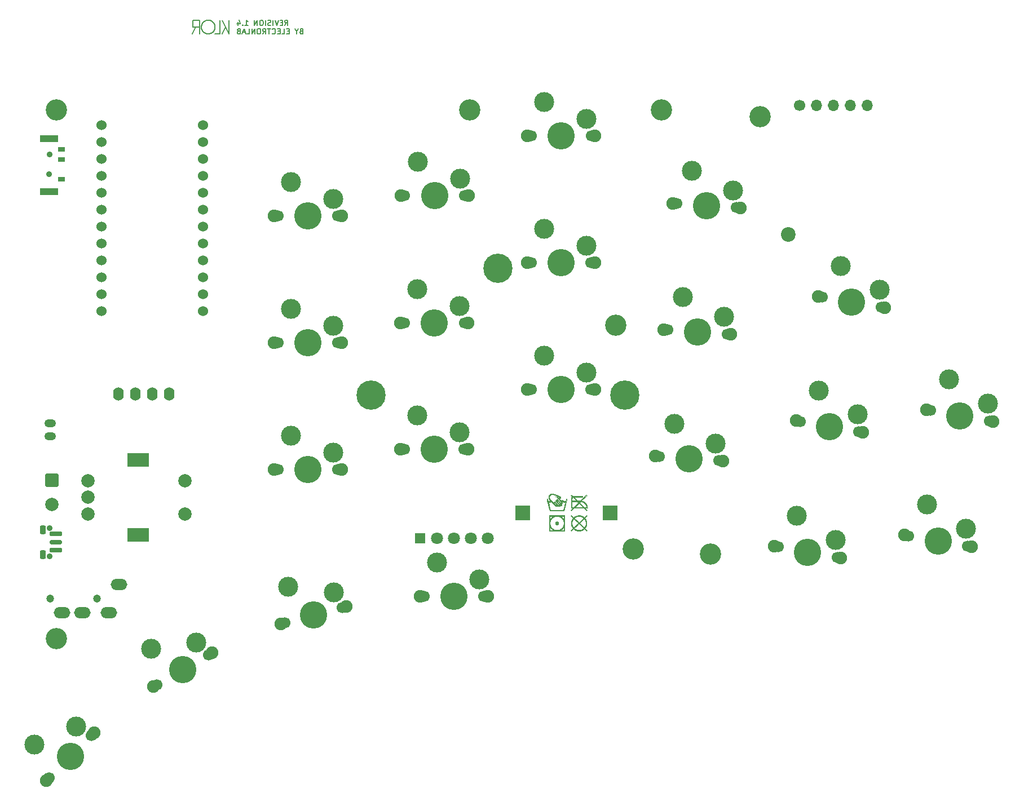
<source format=gbs>
G04 #@! TF.GenerationSoftware,KiCad,Pcbnew,9.0.1*
G04 #@! TF.CreationDate,2025-04-19T02:13:03+03:00*
G04 #@! TF.ProjectId,klor1_4,6b6c6f72-315f-4342-9e6b-696361645f70,v1.4.0*
G04 #@! TF.SameCoordinates,Original*
G04 #@! TF.FileFunction,Soldermask,Bot*
G04 #@! TF.FilePolarity,Negative*
%FSLAX46Y46*%
G04 Gerber Fmt 4.6, Leading zero omitted, Abs format (unit mm)*
G04 Created by KiCad (PCBNEW 9.0.1) date 2025-04-19 02:13:03*
%MOMM*%
%LPD*%
G01*
G04 APERTURE LIST*
G04 Aperture macros list*
%AMRoundRect*
0 Rectangle with rounded corners*
0 $1 Rounding radius*
0 $2 $3 $4 $5 $6 $7 $8 $9 X,Y pos of 4 corners*
0 Add a 4 corners polygon primitive as box body*
4,1,4,$2,$3,$4,$5,$6,$7,$8,$9,$2,$3,0*
0 Add four circle primitives for the rounded corners*
1,1,$1+$1,$2,$3*
1,1,$1+$1,$4,$5*
1,1,$1+$1,$6,$7*
1,1,$1+$1,$8,$9*
0 Add four rect primitives between the rounded corners*
20,1,$1+$1,$2,$3,$4,$5,0*
20,1,$1+$1,$4,$5,$6,$7,0*
20,1,$1+$1,$6,$7,$8,$9,0*
20,1,$1+$1,$8,$9,$2,$3,0*%
G04 Aperture macros list end*
%ADD10C,0.150000*%
%ADD11C,0.000001*%
%ADD12C,1.900000*%
%ADD13C,1.700000*%
%ADD14C,3.000000*%
%ADD15C,4.100000*%
%ADD16C,3.200000*%
%ADD17R,2.200000X2.200000*%
%ADD18C,2.200000*%
%ADD19C,2.000000*%
%ADD20R,3.200000X2.000000*%
%ADD21O,1.600000X2.000000*%
%ADD22C,1.200000*%
%ADD23O,2.500000X1.700000*%
%ADD24O,1.750000X1.200000*%
%ADD25C,0.900000*%
%ADD26RoundRect,0.187500X-0.712500X0.187500X-0.712500X-0.187500X0.712500X-0.187500X0.712500X0.187500X0*%
%ADD27RoundRect,0.150000X-0.750000X0.150000X-0.750000X-0.150000X0.750000X-0.150000X0.750000X0.150000X0*%
%ADD28RoundRect,0.225000X-0.225000X0.425000X-0.225000X-0.425000X0.225000X-0.425000X0.225000X0.425000X0*%
%ADD29C,4.400000*%
%ADD30RoundRect,0.142858X-0.857142X0.857142X-0.857142X-0.857142X0.857142X-0.857142X0.857142X0.857142X0*%
%ADD31R,1.000000X0.700000*%
%ADD32R,2.800000X1.000000*%
%ADD33R,1.524000X1.524000*%
%ADD34C,1.800000*%
%ADD35C,1.524000*%
%ADD36O,1.700000X1.700000*%
G04 APERTURE END LIST*
D10*
X107137343Y-43268863D02*
X107137303Y-43259705D01*
X107137183Y-43250556D01*
X107136984Y-43241417D01*
X107136705Y-43232288D01*
X107136346Y-43223169D01*
X107135907Y-43214061D01*
X107135390Y-43204965D01*
X107134792Y-43195880D01*
X107134116Y-43186807D01*
X107133361Y-43177746D01*
X107132526Y-43168698D01*
X107131612Y-43159663D01*
X107130619Y-43150642D01*
X107129548Y-43141634D01*
X107128398Y-43132641D01*
X107127169Y-43123662D01*
X107125861Y-43114699D01*
X107124475Y-43105751D01*
X107123011Y-43096818D01*
X107121468Y-43087903D01*
X107119847Y-43079003D01*
X107118148Y-43070122D01*
X107116372Y-43061258D01*
X107114517Y-43052412D01*
X107112584Y-43043584D01*
X107110574Y-43034776D01*
X107108487Y-43025988D01*
X107106322Y-43017219D01*
X107104080Y-43008471D01*
X107101760Y-42999744D01*
X107099364Y-42991038D01*
X107096891Y-42982355D01*
X107094341Y-42973694D01*
X107091715Y-42965056D01*
X107089012Y-42956442D01*
X107086233Y-42947852D01*
X107083379Y-42939286D01*
X107080448Y-42930746D01*
X107077442Y-42922231D01*
X107074360Y-42913743D01*
X107071203Y-42905281D01*
X107067970Y-42896847D01*
X107064663Y-42888441D01*
X107061281Y-42880064D01*
X107057825Y-42871715D01*
X107054295Y-42863396D01*
X107050690Y-42855108D01*
X107047012Y-42846850D01*
X107043260Y-42838623D01*
X107039435Y-42830429D01*
X107035537Y-42822267D01*
X107031567Y-42814139D01*
X107027523Y-42806044D01*
X107023408Y-42797984D01*
X107019221Y-42789959D01*
X107014962Y-42781969D01*
X107010632Y-42774016D01*
X107006231Y-42766100D01*
X107001759Y-42758221D01*
X106997218Y-42750380D01*
X106992606Y-42742578D01*
X106987924Y-42734815D01*
X106983173Y-42727093D01*
X106978354Y-42719411D01*
X106973466Y-42711770D01*
X106968509Y-42704171D01*
X106963485Y-42696615D01*
X106958394Y-42689101D01*
X106953236Y-42681632D01*
X106948011Y-42674207D01*
X106942720Y-42666827D01*
X106937363Y-42659492D01*
X106931941Y-42652204D01*
X106926455Y-42644963D01*
X106920904Y-42637769D01*
X106915289Y-42630623D01*
X106909611Y-42623526D01*
X106903869Y-42616478D01*
X106898066Y-42609481D01*
X106892200Y-42602534D01*
X106886273Y-42595638D01*
X106880285Y-42588794D01*
X106874236Y-42582002D01*
X106868128Y-42575263D01*
X106861960Y-42568578D01*
X106855733Y-42561947D01*
X106849448Y-42555371D01*
X106843105Y-42548850D01*
X106836705Y-42542385D01*
X106833483Y-42539173D01*
X106830248Y-42535976D01*
X106826998Y-42532793D01*
X106823735Y-42529624D01*
X106820457Y-42526470D01*
X106817166Y-42523330D01*
X106813861Y-42520205D01*
X106810543Y-42517094D01*
X106807211Y-42513998D01*
X106803865Y-42510917D01*
X106800506Y-42507851D01*
X106797133Y-42504799D01*
X106793747Y-42501762D01*
X106790348Y-42498741D01*
X106786936Y-42495734D01*
X106783510Y-42492742D01*
X106780072Y-42489766D01*
X106776621Y-42486805D01*
X106773157Y-42483859D01*
X106769680Y-42480929D01*
X106766190Y-42478014D01*
X106762688Y-42475115D01*
X106759173Y-42472231D01*
X106755645Y-42469363D01*
X106752106Y-42466510D01*
X106748553Y-42463673D01*
X106744989Y-42460853D01*
X106741412Y-42458047D01*
X106737824Y-42455258D01*
X106734223Y-42452485D01*
X106730611Y-42449728D01*
X106726986Y-42446987D01*
X106723350Y-42444263D01*
X106719702Y-42441554D01*
X106716042Y-42438862D01*
X106712371Y-42436185D01*
X106708689Y-42433526D01*
X106704994Y-42430883D01*
X106701289Y-42428256D01*
X106697572Y-42425646D01*
X106693845Y-42423053D01*
X106690105Y-42420476D01*
X106686356Y-42417916D01*
X106682594Y-42415372D01*
X106678823Y-42412846D01*
X106675040Y-42410336D01*
X106671247Y-42407843D01*
X106667443Y-42405367D01*
X106663629Y-42402909D01*
X106659804Y-42400467D01*
X106655969Y-42398043D01*
X106652123Y-42395635D01*
X106648268Y-42393245D01*
X106644402Y-42390871D01*
X106640526Y-42388516D01*
X106636640Y-42386177D01*
X106632744Y-42383857D01*
X106628838Y-42381553D01*
X106624923Y-42379267D01*
X106620997Y-42376998D01*
X106617063Y-42374748D01*
X106613118Y-42372514D01*
X106609165Y-42370299D01*
X106605202Y-42368100D01*
X106601230Y-42365920D01*
X106597248Y-42363758D01*
X106593258Y-42361613D01*
X106589257Y-42359486D01*
X106585249Y-42357377D01*
X106581231Y-42355286D01*
X106577205Y-42353213D01*
X106573169Y-42351158D01*
X106569126Y-42349121D01*
X106565072Y-42347102D01*
X106561012Y-42345102D01*
X106556942Y-42343118D01*
X106552865Y-42341154D01*
X106548778Y-42339208D01*
X106544684Y-42337280D01*
X106540581Y-42335370D01*
X106536471Y-42333479D01*
X106532352Y-42331606D01*
X106528226Y-42329751D01*
X106524091Y-42327915D01*
X106519950Y-42326097D01*
X106515799Y-42324298D01*
X106511642Y-42322517D01*
X106507477Y-42320755D01*
X106503305Y-42319011D01*
X106499124Y-42317286D01*
X106494938Y-42315580D01*
X106490743Y-42313892D01*
X106486542Y-42312223D01*
X106482332Y-42310572D01*
X106478117Y-42308941D01*
X106473894Y-42307328D01*
X106469665Y-42305734D01*
X106465427Y-42304158D01*
X106461185Y-42302602D01*
X106456934Y-42301064D01*
X106452679Y-42299546D01*
X106448414Y-42298046D01*
X106444146Y-42296565D01*
X106439869Y-42295103D01*
X106435588Y-42293661D01*
X106431298Y-42292237D01*
X106427004Y-42290832D01*
X106422702Y-42289446D01*
X106418396Y-42288080D01*
X106414082Y-42286732D01*
X106409764Y-42285404D01*
X106405438Y-42284094D01*
X106401108Y-42282804D01*
X106396771Y-42281533D01*
X106392430Y-42280281D01*
X106388081Y-42279049D01*
X106383729Y-42277836D01*
X106379369Y-42276641D01*
X106375006Y-42275467D01*
X106370635Y-42274311D01*
X106366261Y-42273175D01*
X106361880Y-42272058D01*
X106357496Y-42270961D01*
X106353104Y-42269882D01*
X106348710Y-42268824D01*
X106344309Y-42267784D01*
X106339905Y-42266764D01*
X106335493Y-42265763D01*
X106331079Y-42264782D01*
X106326658Y-42263821D01*
X106322235Y-42262879D01*
X106317805Y-42261956D01*
X106313373Y-42261053D01*
X106308933Y-42260169D01*
X106304492Y-42259305D01*
X106300044Y-42258460D01*
X106295594Y-42257635D01*
X106291137Y-42256829D01*
X106286678Y-42256044D01*
X106282213Y-42255277D01*
X106277746Y-42254531D01*
X106273273Y-42253803D01*
X106268798Y-42253096D01*
X106264316Y-42252408D01*
X106259834Y-42251740D01*
X106255345Y-42251092D01*
X106250854Y-42250463D01*
X106246358Y-42249854D01*
X106241860Y-42249265D01*
X106237356Y-42248695D01*
X106232851Y-42248145D01*
X106228340Y-42247615D01*
X106223828Y-42247104D01*
X106219310Y-42246614D01*
X106214791Y-42246143D01*
X106210266Y-42245692D01*
X106205741Y-42245260D01*
X106201210Y-42244849D01*
X106196678Y-42244457D01*
X106192140Y-42244085D01*
X106187602Y-42243733D01*
X106183058Y-42243401D01*
X106178514Y-42243089D01*
X106173965Y-42242796D01*
X106169415Y-42242524D01*
X106164860Y-42242271D01*
X106160304Y-42242038D01*
X106155743Y-42241825D01*
X106151182Y-42241633D01*
X106146616Y-42241460D01*
X106142049Y-42241307D01*
X106137478Y-42241173D01*
X106132907Y-42241060D01*
X106128330Y-42240967D01*
X106123754Y-42240894D01*
X106119172Y-42240841D01*
X106114591Y-42240807D01*
X106110005Y-42240794D01*
X106109274Y-42240794D01*
X109227749Y-44331201D02*
X109227749Y-42240795D01*
X103778985Y-43303132D02*
X103778985Y-42275064D01*
X106109274Y-42240794D02*
X106100116Y-42240834D01*
X106090967Y-42240954D01*
X106081828Y-42241153D01*
X106072699Y-42241432D01*
X106063580Y-42241791D01*
X106054473Y-42242230D01*
X106045376Y-42242747D01*
X106036291Y-42243345D01*
X106027218Y-42244021D01*
X106018158Y-42244777D01*
X106009110Y-42245611D01*
X106000075Y-42246525D01*
X105991053Y-42247518D01*
X105982046Y-42248589D01*
X105973052Y-42249739D01*
X105964074Y-42250968D01*
X105955110Y-42252276D01*
X105946162Y-42253662D01*
X105937230Y-42255126D01*
X105928314Y-42256669D01*
X105919415Y-42258290D01*
X105910533Y-42259989D01*
X105901669Y-42261765D01*
X105892823Y-42263620D01*
X105883996Y-42265553D01*
X105875188Y-42267563D01*
X105866399Y-42269650D01*
X105857630Y-42271815D01*
X105848882Y-42274057D01*
X105840155Y-42276377D01*
X105831450Y-42278773D01*
X105822766Y-42281246D01*
X105814105Y-42283796D01*
X105805468Y-42286422D01*
X105796853Y-42289125D01*
X105788263Y-42291904D01*
X105779698Y-42294758D01*
X105771157Y-42297689D01*
X105762643Y-42300695D01*
X105754154Y-42303777D01*
X105745693Y-42306934D01*
X105737259Y-42310167D01*
X105728853Y-42313474D01*
X105720475Y-42316856D01*
X105712126Y-42320312D01*
X105703808Y-42323842D01*
X105695519Y-42327447D01*
X105687261Y-42331125D01*
X105679035Y-42334877D01*
X105670841Y-42338702D01*
X105662679Y-42342600D01*
X105654550Y-42346571D01*
X105646456Y-42350614D01*
X105638396Y-42354729D01*
X105630370Y-42358916D01*
X105622381Y-42363175D01*
X105614428Y-42367505D01*
X105606511Y-42371906D01*
X105598632Y-42376378D01*
X105590792Y-42380920D01*
X105582990Y-42385531D01*
X105575227Y-42390213D01*
X105567504Y-42394964D01*
X105559822Y-42399783D01*
X105552182Y-42404671D01*
X105544583Y-42409628D01*
X105537026Y-42414652D01*
X105529513Y-42419743D01*
X105522043Y-42424901D01*
X105514618Y-42430126D01*
X105507238Y-42435417D01*
X105499904Y-42440774D01*
X105492616Y-42446196D01*
X105485374Y-42451682D01*
X105478180Y-42457233D01*
X105471035Y-42462848D01*
X105463938Y-42468527D01*
X105456890Y-42474268D01*
X105449893Y-42480072D01*
X105442945Y-42485937D01*
X105436050Y-42491864D01*
X105429205Y-42497852D01*
X105422414Y-42503901D01*
X105415675Y-42510010D01*
X105408990Y-42516177D01*
X105402359Y-42522404D01*
X105395783Y-42528689D01*
X105389262Y-42535032D01*
X105382796Y-42541433D01*
X105379585Y-42544654D01*
X105376388Y-42547889D01*
X105373205Y-42551139D01*
X105370036Y-42554402D01*
X105366882Y-42557680D01*
X105363742Y-42560971D01*
X105360617Y-42564276D01*
X105357506Y-42567594D01*
X105354410Y-42570927D01*
X105351329Y-42574272D01*
X105348262Y-42577631D01*
X105345211Y-42581004D01*
X105342174Y-42584390D01*
X105339152Y-42587789D01*
X105336146Y-42591201D01*
X105333154Y-42594627D01*
X105330178Y-42598065D01*
X105327217Y-42601517D01*
X105324271Y-42604981D01*
X105321341Y-42608458D01*
X105318426Y-42611947D01*
X105315526Y-42615450D01*
X105312643Y-42618964D01*
X105309774Y-42622492D01*
X105306922Y-42626031D01*
X105304085Y-42629584D01*
X105301264Y-42633148D01*
X105298459Y-42636725D01*
X105295670Y-42640313D01*
X105292897Y-42643914D01*
X105290140Y-42647526D01*
X105287399Y-42651151D01*
X105284674Y-42654787D01*
X105281965Y-42658436D01*
X105279273Y-42662095D01*
X105276597Y-42665766D01*
X105273938Y-42669449D01*
X105271294Y-42673143D01*
X105268668Y-42676848D01*
X105266058Y-42680565D01*
X105263464Y-42684293D01*
X105260887Y-42688032D01*
X105258328Y-42691782D01*
X105255784Y-42695543D01*
X105253258Y-42699314D01*
X105250748Y-42703097D01*
X105248255Y-42706890D01*
X105245779Y-42710694D01*
X105243321Y-42714508D01*
X105240879Y-42718333D01*
X105238454Y-42722168D01*
X105236047Y-42726014D01*
X105233657Y-42729869D01*
X105231283Y-42733736D01*
X105228928Y-42737611D01*
X105226589Y-42741498D01*
X105224269Y-42745393D01*
X105221965Y-42749299D01*
X105219679Y-42753214D01*
X105217410Y-42757140D01*
X105215160Y-42761074D01*
X105212926Y-42765019D01*
X105210711Y-42768972D01*
X105208512Y-42772936D01*
X105206332Y-42776907D01*
X105204169Y-42780890D01*
X105202025Y-42784880D01*
X105199898Y-42788880D01*
X105197789Y-42792888D01*
X105195698Y-42796907D01*
X105193625Y-42800932D01*
X105191570Y-42804968D01*
X105189533Y-42809012D01*
X105187514Y-42813065D01*
X105185513Y-42817125D01*
X105183530Y-42821195D01*
X105181566Y-42825272D01*
X105179620Y-42829359D01*
X105177692Y-42833453D01*
X105175782Y-42837556D01*
X105173891Y-42841666D01*
X105172017Y-42845786D01*
X105170163Y-42849911D01*
X105168327Y-42854046D01*
X105166509Y-42858188D01*
X105164709Y-42862338D01*
X105162929Y-42866495D01*
X105161166Y-42870661D01*
X105159423Y-42874832D01*
X105157698Y-42879013D01*
X105155992Y-42883199D01*
X105154304Y-42887395D01*
X105152635Y-42891595D01*
X105150984Y-42895805D01*
X105149353Y-42900020D01*
X105147740Y-42904244D01*
X105146146Y-42908472D01*
X105144570Y-42912710D01*
X105143014Y-42916952D01*
X105141476Y-42921203D01*
X105139958Y-42925459D01*
X105138458Y-42929723D01*
X105136977Y-42933991D01*
X105135515Y-42938269D01*
X105134073Y-42942550D01*
X105132648Y-42946840D01*
X105131244Y-42951133D01*
X105129858Y-42955435D01*
X105128492Y-42959741D01*
X105127144Y-42964056D01*
X105125816Y-42968374D01*
X105124506Y-42972699D01*
X105123216Y-42977029D01*
X105121945Y-42981367D01*
X105120693Y-42985708D01*
X105119460Y-42990057D01*
X105118247Y-42994409D01*
X105117053Y-42998769D01*
X105115879Y-43003132D01*
X105114723Y-43007502D01*
X105113587Y-43011876D01*
X105112470Y-43016257D01*
X105111372Y-43020641D01*
X105110294Y-43025033D01*
X105109235Y-43029427D01*
X105108196Y-43033829D01*
X105107176Y-43038233D01*
X105106175Y-43042644D01*
X105105194Y-43047058D01*
X105104232Y-43051479D01*
X105103291Y-43055902D01*
X105102368Y-43060332D01*
X105101465Y-43064765D01*
X105100581Y-43069204D01*
X105099717Y-43073646D01*
X105098872Y-43078094D01*
X105098047Y-43082544D01*
X105097241Y-43087001D01*
X105096456Y-43091459D01*
X105095689Y-43095924D01*
X105094943Y-43100391D01*
X105094215Y-43104865D01*
X105093508Y-43109340D01*
X105092820Y-43113821D01*
X105092152Y-43118304D01*
X105091504Y-43122793D01*
X105090875Y-43127283D01*
X105090266Y-43131780D01*
X105089676Y-43136278D01*
X105089107Y-43140782D01*
X105088557Y-43145287D01*
X105088027Y-43149798D01*
X105087516Y-43154310D01*
X105087025Y-43158828D01*
X105086555Y-43163347D01*
X105086104Y-43167871D01*
X105085672Y-43172397D01*
X105085261Y-43176928D01*
X105084869Y-43181460D01*
X105084497Y-43185997D01*
X105084145Y-43190535D01*
X105083813Y-43195079D01*
X105083501Y-43199623D01*
X105083208Y-43204173D01*
X105082936Y-43208723D01*
X105082683Y-43213278D01*
X105082450Y-43217833D01*
X105082237Y-43222394D01*
X105082045Y-43226955D01*
X105081872Y-43231522D01*
X105081719Y-43236088D01*
X105081585Y-43240659D01*
X105081472Y-43245231D01*
X105081379Y-43249807D01*
X105081306Y-43254384D01*
X105081253Y-43258965D01*
X105081219Y-43263546D01*
X105081206Y-43268132D01*
X105081206Y-43268863D01*
X104258752Y-43303132D02*
X103744717Y-44331201D01*
X104807053Y-43303132D02*
X104807053Y-44331201D01*
X105081206Y-43268863D02*
X105081206Y-43268863D01*
X103778985Y-42275064D02*
X104807053Y-42275064D01*
X107856991Y-44296932D02*
X107856991Y-42240795D01*
D11*
X158468562Y-117585385D02*
X158480532Y-117586297D01*
X158492309Y-117587798D01*
X158503880Y-117589872D01*
X158515231Y-117592504D01*
X158526349Y-117595678D01*
X158537221Y-117599379D01*
X158547832Y-117603592D01*
X158558170Y-117608300D01*
X158568220Y-117613489D01*
X158577969Y-117619143D01*
X158587404Y-117625247D01*
X158596511Y-117631784D01*
X158605276Y-117638740D01*
X158613686Y-117646098D01*
X158621727Y-117653844D01*
X158629386Y-117661962D01*
X158636649Y-117670437D01*
X158643503Y-117679252D01*
X158649934Y-117688393D01*
X158655928Y-117697843D01*
X158661472Y-117707589D01*
X158666553Y-117717613D01*
X158671156Y-117727900D01*
X158675268Y-117738436D01*
X158678876Y-117749204D01*
X158681967Y-117760189D01*
X158684525Y-117771375D01*
X158686539Y-117782747D01*
X158687994Y-117794290D01*
X158688878Y-117805988D01*
X158689175Y-117817825D01*
X158688878Y-117829973D01*
X158687994Y-117841942D01*
X158686539Y-117853718D01*
X158684525Y-117865288D01*
X158681967Y-117876639D01*
X158678876Y-117887757D01*
X158675268Y-117898628D01*
X158671156Y-117909238D01*
X158666553Y-117919575D01*
X158661472Y-117929625D01*
X158655928Y-117939374D01*
X158649934Y-117948808D01*
X158643503Y-117957914D01*
X158636649Y-117966679D01*
X158629386Y-117975088D01*
X158621727Y-117983129D01*
X158613686Y-117990788D01*
X158605276Y-117998050D01*
X158596511Y-118004904D01*
X158587404Y-118011334D01*
X158577969Y-118017328D01*
X158568220Y-118022872D01*
X158558170Y-118027952D01*
X158547832Y-118032555D01*
X158537221Y-118036667D01*
X158526349Y-118040275D01*
X158515231Y-118043365D01*
X158503880Y-118045924D01*
X158492309Y-118047937D01*
X158480532Y-118049393D01*
X158468562Y-118050276D01*
X158456414Y-118050573D01*
X158444266Y-118050276D01*
X158432296Y-118049393D01*
X158420519Y-118047937D01*
X158408949Y-118045924D01*
X158397597Y-118043365D01*
X158386479Y-118040275D01*
X158375607Y-118036667D01*
X158364996Y-118032555D01*
X158354658Y-118027952D01*
X158344608Y-118022872D01*
X158334859Y-118017328D01*
X158325424Y-118011334D01*
X158316317Y-118004904D01*
X158307552Y-117998050D01*
X158299142Y-117990788D01*
X158291101Y-117983129D01*
X158283442Y-117975088D01*
X158276179Y-117966679D01*
X158269325Y-117957914D01*
X158262894Y-117948808D01*
X158256900Y-117939374D01*
X158251356Y-117929625D01*
X158246276Y-117919575D01*
X158241672Y-117909238D01*
X158237560Y-117898628D01*
X158233952Y-117887757D01*
X158230861Y-117876639D01*
X158228303Y-117865288D01*
X158226289Y-117853718D01*
X158224834Y-117841942D01*
X158223950Y-117829973D01*
X158223653Y-117817825D01*
X158223950Y-117805678D01*
X158224834Y-117793709D01*
X158226289Y-117781933D01*
X158228303Y-117770363D01*
X158230861Y-117759012D01*
X158233952Y-117747894D01*
X158237560Y-117737023D01*
X158241672Y-117726412D01*
X158246276Y-117716075D01*
X158251356Y-117706026D01*
X158256900Y-117696277D01*
X158262894Y-117686843D01*
X158269325Y-117677737D01*
X158276179Y-117668972D01*
X158283442Y-117660563D01*
X158291101Y-117652522D01*
X158299142Y-117644863D01*
X158307552Y-117637600D01*
X158316317Y-117630747D01*
X158325424Y-117624317D01*
X158334859Y-117618323D01*
X158344608Y-117612779D01*
X158354658Y-117607699D01*
X158364996Y-117603096D01*
X158375607Y-117598984D01*
X158386479Y-117595376D01*
X158397597Y-117592286D01*
X158408949Y-117589727D01*
X158420519Y-117587713D01*
X158432296Y-117586258D01*
X158444266Y-117585375D01*
X158456414Y-117585078D01*
X158468562Y-117585385D01*
G36*
X158468562Y-117585385D02*
G01*
X158480532Y-117586297D01*
X158492309Y-117587798D01*
X158503880Y-117589872D01*
X158515231Y-117592504D01*
X158526349Y-117595678D01*
X158537221Y-117599379D01*
X158547832Y-117603592D01*
X158558170Y-117608300D01*
X158568220Y-117613489D01*
X158577969Y-117619143D01*
X158587404Y-117625247D01*
X158596511Y-117631784D01*
X158605276Y-117638740D01*
X158613686Y-117646098D01*
X158621727Y-117653844D01*
X158629386Y-117661962D01*
X158636649Y-117670437D01*
X158643503Y-117679252D01*
X158649934Y-117688393D01*
X158655928Y-117697843D01*
X158661472Y-117707589D01*
X158666553Y-117717613D01*
X158671156Y-117727900D01*
X158675268Y-117738436D01*
X158678876Y-117749204D01*
X158681967Y-117760189D01*
X158684525Y-117771375D01*
X158686539Y-117782747D01*
X158687994Y-117794290D01*
X158688878Y-117805988D01*
X158689175Y-117817825D01*
X158688878Y-117829973D01*
X158687994Y-117841942D01*
X158686539Y-117853718D01*
X158684525Y-117865288D01*
X158681967Y-117876639D01*
X158678876Y-117887757D01*
X158675268Y-117898628D01*
X158671156Y-117909238D01*
X158666553Y-117919575D01*
X158661472Y-117929625D01*
X158655928Y-117939374D01*
X158649934Y-117948808D01*
X158643503Y-117957914D01*
X158636649Y-117966679D01*
X158629386Y-117975088D01*
X158621727Y-117983129D01*
X158613686Y-117990788D01*
X158605276Y-117998050D01*
X158596511Y-118004904D01*
X158587404Y-118011334D01*
X158577969Y-118017328D01*
X158568220Y-118022872D01*
X158558170Y-118027952D01*
X158547832Y-118032555D01*
X158537221Y-118036667D01*
X158526349Y-118040275D01*
X158515231Y-118043365D01*
X158503880Y-118045924D01*
X158492309Y-118047937D01*
X158480532Y-118049393D01*
X158468562Y-118050276D01*
X158456414Y-118050573D01*
X158444266Y-118050276D01*
X158432296Y-118049393D01*
X158420519Y-118047937D01*
X158408949Y-118045924D01*
X158397597Y-118043365D01*
X158386479Y-118040275D01*
X158375607Y-118036667D01*
X158364996Y-118032555D01*
X158354658Y-118027952D01*
X158344608Y-118022872D01*
X158334859Y-118017328D01*
X158325424Y-118011334D01*
X158316317Y-118004904D01*
X158307552Y-117998050D01*
X158299142Y-117990788D01*
X158291101Y-117983129D01*
X158283442Y-117975088D01*
X158276179Y-117966679D01*
X158269325Y-117957914D01*
X158262894Y-117948808D01*
X158256900Y-117939374D01*
X158251356Y-117929625D01*
X158246276Y-117919575D01*
X158241672Y-117909238D01*
X158237560Y-117898628D01*
X158233952Y-117887757D01*
X158230861Y-117876639D01*
X158228303Y-117865288D01*
X158226289Y-117853718D01*
X158224834Y-117841942D01*
X158223950Y-117829973D01*
X158223653Y-117817825D01*
X158223950Y-117805678D01*
X158224834Y-117793709D01*
X158226289Y-117781933D01*
X158228303Y-117770363D01*
X158230861Y-117759012D01*
X158233952Y-117747894D01*
X158237560Y-117737023D01*
X158241672Y-117726412D01*
X158246276Y-117716075D01*
X158251356Y-117706026D01*
X158256900Y-117696277D01*
X158262894Y-117686843D01*
X158269325Y-117677737D01*
X158276179Y-117668972D01*
X158283442Y-117660563D01*
X158291101Y-117652522D01*
X158299142Y-117644863D01*
X158307552Y-117637600D01*
X158316317Y-117630747D01*
X158325424Y-117624317D01*
X158334859Y-117618323D01*
X158344608Y-117612779D01*
X158354658Y-117607699D01*
X158364996Y-117603096D01*
X158375607Y-117598984D01*
X158386479Y-117595376D01*
X158397597Y-117592286D01*
X158408949Y-117589727D01*
X158420519Y-117587713D01*
X158432296Y-117586258D01*
X158444266Y-117585375D01*
X158456414Y-117585078D01*
X158468562Y-117585385D01*
G37*
D10*
X105081206Y-43268863D02*
X105081246Y-43278021D01*
X105081366Y-43287170D01*
X105081565Y-43296309D01*
X105081844Y-43305438D01*
X105082203Y-43314557D01*
X105082642Y-43323664D01*
X105083159Y-43332761D01*
X105083757Y-43341846D01*
X105084433Y-43350919D01*
X105085189Y-43359979D01*
X105086023Y-43369027D01*
X105086937Y-43378062D01*
X105087930Y-43387084D01*
X105089001Y-43396091D01*
X105090151Y-43405085D01*
X105091380Y-43414063D01*
X105092688Y-43423027D01*
X105094074Y-43431975D01*
X105095538Y-43440907D01*
X105097081Y-43449823D01*
X105098702Y-43458722D01*
X105100401Y-43467604D01*
X105102177Y-43476468D01*
X105104032Y-43485314D01*
X105105965Y-43494141D01*
X105107975Y-43502950D01*
X105110062Y-43511738D01*
X105112227Y-43520507D01*
X105114469Y-43529255D01*
X105116789Y-43537982D01*
X105119185Y-43546687D01*
X105121658Y-43555371D01*
X105124208Y-43564032D01*
X105126834Y-43572670D01*
X105129537Y-43581284D01*
X105132316Y-43589874D01*
X105135170Y-43598439D01*
X105138101Y-43606980D01*
X105141107Y-43615494D01*
X105144189Y-43623983D01*
X105147347Y-43632444D01*
X105150579Y-43640878D01*
X105153886Y-43649284D01*
X105157268Y-43657662D01*
X105160724Y-43666011D01*
X105164254Y-43674329D01*
X105167859Y-43682618D01*
X105171537Y-43690876D01*
X105175289Y-43699102D01*
X105179114Y-43707296D01*
X105183012Y-43715458D01*
X105186983Y-43723587D01*
X105191026Y-43731681D01*
X105195141Y-43739741D01*
X105199328Y-43747767D01*
X105203587Y-43755756D01*
X105207917Y-43763709D01*
X105212318Y-43771626D01*
X105216790Y-43779505D01*
X105221332Y-43787345D01*
X105225943Y-43795148D01*
X105230625Y-43802910D01*
X105235376Y-43810633D01*
X105240195Y-43818315D01*
X105245083Y-43825956D01*
X105250040Y-43833554D01*
X105255064Y-43841111D01*
X105260155Y-43848624D01*
X105265313Y-43856094D01*
X105270538Y-43863519D01*
X105275829Y-43870899D01*
X105281186Y-43878233D01*
X105286608Y-43885522D01*
X105292094Y-43892763D01*
X105297645Y-43899957D01*
X105303260Y-43907102D01*
X105308939Y-43914199D01*
X105314680Y-43921247D01*
X105320484Y-43928245D01*
X105326349Y-43935192D01*
X105332276Y-43942088D01*
X105338265Y-43948932D01*
X105344313Y-43955723D01*
X105350422Y-43962462D01*
X105356590Y-43969147D01*
X105362816Y-43975778D01*
X105369101Y-43982355D01*
X105375444Y-43988876D01*
X105381845Y-43995341D01*
X105385066Y-43998552D01*
X105388301Y-44001749D01*
X105391551Y-44004932D01*
X105394814Y-44008101D01*
X105398092Y-44011255D01*
X105401383Y-44014395D01*
X105404688Y-44017520D01*
X105408006Y-44020631D01*
X105411339Y-44023727D01*
X105414684Y-44026808D01*
X105418043Y-44029875D01*
X105421416Y-44032927D01*
X105424802Y-44035963D01*
X105428201Y-44038985D01*
X105431613Y-44041991D01*
X105435039Y-44044983D01*
X105438477Y-44047959D01*
X105441929Y-44050920D01*
X105445393Y-44053866D01*
X105448870Y-44056796D01*
X105452359Y-44059711D01*
X105455862Y-44062611D01*
X105459376Y-44065494D01*
X105462904Y-44068363D01*
X105466443Y-44071215D01*
X105469996Y-44074052D01*
X105473560Y-44076873D01*
X105477137Y-44079678D01*
X105480725Y-44082467D01*
X105484326Y-44085240D01*
X105487938Y-44087997D01*
X105491563Y-44090738D01*
X105495199Y-44093463D01*
X105498848Y-44096172D01*
X105502507Y-44098864D01*
X105506178Y-44101540D01*
X105509861Y-44104199D01*
X105513555Y-44106843D01*
X105517260Y-44109469D01*
X105520977Y-44112079D01*
X105524705Y-44114673D01*
X105528444Y-44117250D01*
X105532193Y-44119810D01*
X105535955Y-44122353D01*
X105539726Y-44124880D01*
X105543509Y-44127390D01*
X105547302Y-44129882D01*
X105551106Y-44132358D01*
X105554920Y-44134817D01*
X105558745Y-44137259D01*
X105562580Y-44139683D01*
X105566426Y-44142091D01*
X105570281Y-44144481D01*
X105574148Y-44146854D01*
X105578023Y-44149209D01*
X105581910Y-44151548D01*
X105585805Y-44153869D01*
X105589711Y-44156172D01*
X105593626Y-44158458D01*
X105597552Y-44160727D01*
X105601486Y-44162978D01*
X105605431Y-44165211D01*
X105609384Y-44167427D01*
X105613348Y-44169625D01*
X105617319Y-44171805D01*
X105621302Y-44173968D01*
X105625292Y-44176112D01*
X105629292Y-44178239D01*
X105633300Y-44180348D01*
X105637319Y-44182439D01*
X105641344Y-44184512D01*
X105645380Y-44186567D01*
X105649424Y-44188604D01*
X105653477Y-44190623D01*
X105657537Y-44192624D01*
X105661607Y-44194607D01*
X105665684Y-44196571D01*
X105669771Y-44198518D01*
X105673865Y-44200445D01*
X105677968Y-44202355D01*
X105682078Y-44204246D01*
X105686197Y-44206120D01*
X105690323Y-44207974D01*
X105694458Y-44209811D01*
X105698600Y-44211628D01*
X105702750Y-44213428D01*
X105706907Y-44215208D01*
X105711073Y-44216971D01*
X105715244Y-44218714D01*
X105719425Y-44220439D01*
X105723611Y-44222145D01*
X105727807Y-44223834D01*
X105732007Y-44225502D01*
X105736217Y-44227153D01*
X105740432Y-44228784D01*
X105744656Y-44230398D01*
X105748884Y-44231991D01*
X105753122Y-44233567D01*
X105757364Y-44235123D01*
X105761615Y-44236661D01*
X105765871Y-44238179D01*
X105770135Y-44239679D01*
X105774403Y-44241160D01*
X105778680Y-44242622D01*
X105782962Y-44244064D01*
X105787251Y-44245489D01*
X105791545Y-44246893D01*
X105795847Y-44248279D01*
X105800153Y-44249646D01*
X105804467Y-44250993D01*
X105808785Y-44252322D01*
X105813111Y-44253631D01*
X105817441Y-44254921D01*
X105821778Y-44256192D01*
X105826119Y-44257444D01*
X105830468Y-44258677D01*
X105834821Y-44259890D01*
X105839180Y-44261084D01*
X105843543Y-44262259D01*
X105847914Y-44263414D01*
X105852288Y-44264550D01*
X105856669Y-44265667D01*
X105861053Y-44266765D01*
X105865445Y-44267843D01*
X105869839Y-44268902D01*
X105874240Y-44269941D01*
X105878645Y-44270961D01*
X105883056Y-44271962D01*
X105887470Y-44272943D01*
X105891891Y-44273905D01*
X105896314Y-44274847D01*
X105900744Y-44275770D01*
X105905177Y-44276672D01*
X105909616Y-44277556D01*
X105914057Y-44278420D01*
X105918505Y-44279265D01*
X105922956Y-44280090D01*
X105927412Y-44280896D01*
X105931871Y-44281681D01*
X105936336Y-44282448D01*
X105940803Y-44283194D01*
X105945276Y-44283922D01*
X105949751Y-44284629D01*
X105954233Y-44285317D01*
X105958715Y-44285985D01*
X105963205Y-44286634D01*
X105967695Y-44287262D01*
X105972192Y-44287871D01*
X105976689Y-44288461D01*
X105981193Y-44289030D01*
X105985698Y-44289580D01*
X105990209Y-44290110D01*
X105994721Y-44290621D01*
X105999239Y-44291112D01*
X106003758Y-44291582D01*
X106008283Y-44292034D01*
X106012808Y-44292465D01*
X106017340Y-44292876D01*
X106021871Y-44293268D01*
X106026409Y-44293640D01*
X106030947Y-44293992D01*
X106035491Y-44294324D01*
X106040035Y-44294636D01*
X106044584Y-44294929D01*
X106049134Y-44295201D01*
X106053689Y-44295454D01*
X106058245Y-44295687D01*
X106062806Y-44295900D01*
X106067367Y-44296092D01*
X106071933Y-44296265D01*
X106076499Y-44296418D01*
X106081071Y-44296552D01*
X106085642Y-44296665D01*
X106090219Y-44296758D01*
X106094795Y-44296831D01*
X106099377Y-44296884D01*
X106103958Y-44296918D01*
X106108544Y-44296931D01*
X106109274Y-44296931D01*
D11*
X159627273Y-117817825D02*
X159627273Y-118350324D01*
X159627273Y-118992143D01*
X157282029Y-118992143D01*
X157282029Y-118861663D01*
X157412516Y-118861663D01*
X157923885Y-118861663D01*
X157883349Y-118839726D01*
X157843763Y-118816260D01*
X157805170Y-118791306D01*
X157767609Y-118764906D01*
X157731123Y-118737100D01*
X157695753Y-118707931D01*
X157661540Y-118677439D01*
X157628526Y-118645667D01*
X157596751Y-118612654D01*
X157566258Y-118578443D01*
X157537087Y-118543075D01*
X157509280Y-118506591D01*
X157482878Y-118469033D01*
X157457922Y-118430441D01*
X157434455Y-118390858D01*
X157412516Y-118350324D01*
X157412516Y-118861663D01*
X157282029Y-118861663D01*
X157282029Y-117817825D01*
X157412516Y-117817825D01*
X157413879Y-117871393D01*
X157417924Y-117924275D01*
X157424585Y-117976404D01*
X157433794Y-118027713D01*
X157445485Y-118078136D01*
X157459592Y-118127607D01*
X157476048Y-118176059D01*
X157494787Y-118223426D01*
X157515742Y-118269640D01*
X157538847Y-118314636D01*
X157564036Y-118358347D01*
X157591241Y-118400707D01*
X157620396Y-118441649D01*
X157651434Y-118481106D01*
X157684290Y-118519012D01*
X157718897Y-118555301D01*
X157755187Y-118589905D01*
X157793096Y-118622759D01*
X157832555Y-118653796D01*
X157873499Y-118682949D01*
X157915861Y-118710153D01*
X157959575Y-118735340D01*
X158004573Y-118758443D01*
X158050791Y-118779397D01*
X158098160Y-118798135D01*
X158146614Y-118814591D01*
X158196088Y-118828697D01*
X158246514Y-118840387D01*
X158297827Y-118849596D01*
X158349958Y-118856256D01*
X158402843Y-118860300D01*
X158456414Y-118861663D01*
X158988943Y-118861663D01*
X159500312Y-118861663D01*
X159500312Y-118350324D01*
X159478374Y-118390858D01*
X159454906Y-118430441D01*
X159429951Y-118469033D01*
X159403549Y-118506591D01*
X159375742Y-118543075D01*
X159346571Y-118578443D01*
X159316077Y-118612654D01*
X159284303Y-118645667D01*
X159251288Y-118677439D01*
X159217076Y-118707931D01*
X159181705Y-118737100D01*
X159145219Y-118764906D01*
X159107659Y-118791306D01*
X159069065Y-118816260D01*
X159029480Y-118839726D01*
X158988943Y-118861663D01*
X158456414Y-118861663D01*
X158509985Y-118860300D01*
X158562870Y-118856256D01*
X158615001Y-118849596D01*
X158666314Y-118840387D01*
X158716740Y-118828697D01*
X158766214Y-118814591D01*
X158814668Y-118798135D01*
X158862038Y-118779397D01*
X158908255Y-118758443D01*
X158953254Y-118735340D01*
X158996967Y-118710153D01*
X159039329Y-118682949D01*
X159080273Y-118653796D01*
X159119733Y-118622759D01*
X159157641Y-118589905D01*
X159193932Y-118555301D01*
X159228538Y-118519012D01*
X159261394Y-118481106D01*
X159292433Y-118441649D01*
X159321588Y-118400707D01*
X159348793Y-118358347D01*
X159373981Y-118314636D01*
X159397086Y-118269640D01*
X159418041Y-118223426D01*
X159436780Y-118176059D01*
X159453237Y-118127607D01*
X159467344Y-118078136D01*
X159479035Y-118027713D01*
X159488244Y-117976404D01*
X159494904Y-117924275D01*
X159498949Y-117871393D01*
X159500312Y-117817825D01*
X159498949Y-117764257D01*
X159494904Y-117711376D01*
X159488244Y-117659247D01*
X159479035Y-117607938D01*
X159467344Y-117557515D01*
X159453237Y-117508044D01*
X159436780Y-117459592D01*
X159418041Y-117412225D01*
X159397086Y-117366011D01*
X159373981Y-117321014D01*
X159348793Y-117277303D01*
X159321588Y-117234944D01*
X159292433Y-117194002D01*
X159261394Y-117154545D01*
X159228538Y-117116639D01*
X159193932Y-117080350D01*
X159157641Y-117045746D01*
X159119733Y-117012892D01*
X159080273Y-116981855D01*
X159039329Y-116952701D01*
X158996967Y-116925498D01*
X158953254Y-116900311D01*
X158908255Y-116877208D01*
X158862038Y-116856254D01*
X158814668Y-116837516D01*
X158766214Y-116821060D01*
X158716740Y-116806954D01*
X158666314Y-116795263D01*
X158615001Y-116786055D01*
X158562870Y-116779395D01*
X158509985Y-116775350D01*
X158456414Y-116773987D01*
X158988943Y-116773987D01*
X159029480Y-116795925D01*
X159069065Y-116819391D01*
X159107659Y-116844345D01*
X159145219Y-116870745D01*
X159181705Y-116898550D01*
X159217076Y-116927720D01*
X159251288Y-116958211D01*
X159284303Y-116989984D01*
X159316077Y-117022997D01*
X159346571Y-117057208D01*
X159375742Y-117092576D01*
X159403549Y-117129060D01*
X159429951Y-117166618D01*
X159454906Y-117205210D01*
X159478374Y-117244793D01*
X159500312Y-117285327D01*
X159500312Y-116773987D01*
X158988943Y-116773987D01*
X158456414Y-116773987D01*
X158402843Y-116775350D01*
X158349958Y-116779395D01*
X158297827Y-116786055D01*
X158246514Y-116795263D01*
X158196088Y-116806954D01*
X158146614Y-116821060D01*
X158098160Y-116837516D01*
X158050791Y-116856254D01*
X158004573Y-116877208D01*
X157959575Y-116900311D01*
X157915861Y-116925498D01*
X157873499Y-116952701D01*
X157832555Y-116981855D01*
X157793096Y-117012892D01*
X157755187Y-117045746D01*
X157718897Y-117080350D01*
X157684290Y-117116639D01*
X157651434Y-117154545D01*
X157620396Y-117194002D01*
X157591241Y-117234944D01*
X157564036Y-117277303D01*
X157538847Y-117321014D01*
X157515742Y-117366011D01*
X157494787Y-117412225D01*
X157476048Y-117459592D01*
X157459592Y-117508044D01*
X157445485Y-117557515D01*
X157433794Y-117607938D01*
X157424585Y-117659247D01*
X157417924Y-117711376D01*
X157413879Y-117764257D01*
X157412516Y-117817825D01*
X157282029Y-117817825D01*
X157282029Y-117285327D01*
X157412516Y-117285327D01*
X157434455Y-117244793D01*
X157457922Y-117205210D01*
X157482878Y-117166618D01*
X157509280Y-117129060D01*
X157537087Y-117092576D01*
X157566258Y-117057208D01*
X157596751Y-117022997D01*
X157628526Y-116989984D01*
X157661540Y-116958211D01*
X157695753Y-116927720D01*
X157731123Y-116898550D01*
X157767609Y-116870745D01*
X157805170Y-116844345D01*
X157843763Y-116819391D01*
X157883349Y-116795925D01*
X157923885Y-116773987D01*
X157412516Y-116773987D01*
X157412516Y-117285327D01*
X157282029Y-117285327D01*
X157282029Y-116647034D01*
X159627273Y-116647034D01*
X159627273Y-117285327D01*
X159627273Y-117817825D01*
G36*
X159627273Y-117817825D02*
G01*
X159627273Y-118350324D01*
X159627273Y-118992143D01*
X157282029Y-118992143D01*
X157282029Y-118861663D01*
X157412516Y-118861663D01*
X157923885Y-118861663D01*
X157883349Y-118839726D01*
X157843763Y-118816260D01*
X157805170Y-118791306D01*
X157767609Y-118764906D01*
X157731123Y-118737100D01*
X157695753Y-118707931D01*
X157661540Y-118677439D01*
X157628526Y-118645667D01*
X157596751Y-118612654D01*
X157566258Y-118578443D01*
X157537087Y-118543075D01*
X157509280Y-118506591D01*
X157482878Y-118469033D01*
X157457922Y-118430441D01*
X157434455Y-118390858D01*
X157412516Y-118350324D01*
X157412516Y-118861663D01*
X157282029Y-118861663D01*
X157282029Y-117817825D01*
X157412516Y-117817825D01*
X157413879Y-117871393D01*
X157417924Y-117924275D01*
X157424585Y-117976404D01*
X157433794Y-118027713D01*
X157445485Y-118078136D01*
X157459592Y-118127607D01*
X157476048Y-118176059D01*
X157494787Y-118223426D01*
X157515742Y-118269640D01*
X157538847Y-118314636D01*
X157564036Y-118358347D01*
X157591241Y-118400707D01*
X157620396Y-118441649D01*
X157651434Y-118481106D01*
X157684290Y-118519012D01*
X157718897Y-118555301D01*
X157755187Y-118589905D01*
X157793096Y-118622759D01*
X157832555Y-118653796D01*
X157873499Y-118682949D01*
X157915861Y-118710153D01*
X157959575Y-118735340D01*
X158004573Y-118758443D01*
X158050791Y-118779397D01*
X158098160Y-118798135D01*
X158146614Y-118814591D01*
X158196088Y-118828697D01*
X158246514Y-118840387D01*
X158297827Y-118849596D01*
X158349958Y-118856256D01*
X158402843Y-118860300D01*
X158456414Y-118861663D01*
X158988943Y-118861663D01*
X159500312Y-118861663D01*
X159500312Y-118350324D01*
X159478374Y-118390858D01*
X159454906Y-118430441D01*
X159429951Y-118469033D01*
X159403549Y-118506591D01*
X159375742Y-118543075D01*
X159346571Y-118578443D01*
X159316077Y-118612654D01*
X159284303Y-118645667D01*
X159251288Y-118677439D01*
X159217076Y-118707931D01*
X159181705Y-118737100D01*
X159145219Y-118764906D01*
X159107659Y-118791306D01*
X159069065Y-118816260D01*
X159029480Y-118839726D01*
X158988943Y-118861663D01*
X158456414Y-118861663D01*
X158509985Y-118860300D01*
X158562870Y-118856256D01*
X158615001Y-118849596D01*
X158666314Y-118840387D01*
X158716740Y-118828697D01*
X158766214Y-118814591D01*
X158814668Y-118798135D01*
X158862038Y-118779397D01*
X158908255Y-118758443D01*
X158953254Y-118735340D01*
X158996967Y-118710153D01*
X159039329Y-118682949D01*
X159080273Y-118653796D01*
X159119733Y-118622759D01*
X159157641Y-118589905D01*
X159193932Y-118555301D01*
X159228538Y-118519012D01*
X159261394Y-118481106D01*
X159292433Y-118441649D01*
X159321588Y-118400707D01*
X159348793Y-118358347D01*
X159373981Y-118314636D01*
X159397086Y-118269640D01*
X159418041Y-118223426D01*
X159436780Y-118176059D01*
X159453237Y-118127607D01*
X159467344Y-118078136D01*
X159479035Y-118027713D01*
X159488244Y-117976404D01*
X159494904Y-117924275D01*
X159498949Y-117871393D01*
X159500312Y-117817825D01*
X159498949Y-117764257D01*
X159494904Y-117711376D01*
X159488244Y-117659247D01*
X159479035Y-117607938D01*
X159467344Y-117557515D01*
X159453237Y-117508044D01*
X159436780Y-117459592D01*
X159418041Y-117412225D01*
X159397086Y-117366011D01*
X159373981Y-117321014D01*
X159348793Y-117277303D01*
X159321588Y-117234944D01*
X159292433Y-117194002D01*
X159261394Y-117154545D01*
X159228538Y-117116639D01*
X159193932Y-117080350D01*
X159157641Y-117045746D01*
X159119733Y-117012892D01*
X159080273Y-116981855D01*
X159039329Y-116952701D01*
X158996967Y-116925498D01*
X158953254Y-116900311D01*
X158908255Y-116877208D01*
X158862038Y-116856254D01*
X158814668Y-116837516D01*
X158766214Y-116821060D01*
X158716740Y-116806954D01*
X158666314Y-116795263D01*
X158615001Y-116786055D01*
X158562870Y-116779395D01*
X158509985Y-116775350D01*
X158456414Y-116773987D01*
X158988943Y-116773987D01*
X159029480Y-116795925D01*
X159069065Y-116819391D01*
X159107659Y-116844345D01*
X159145219Y-116870745D01*
X159181705Y-116898550D01*
X159217076Y-116927720D01*
X159251288Y-116958211D01*
X159284303Y-116989984D01*
X159316077Y-117022997D01*
X159346571Y-117057208D01*
X159375742Y-117092576D01*
X159403549Y-117129060D01*
X159429951Y-117166618D01*
X159454906Y-117205210D01*
X159478374Y-117244793D01*
X159500312Y-117285327D01*
X159500312Y-116773987D01*
X158988943Y-116773987D01*
X158456414Y-116773987D01*
X158402843Y-116775350D01*
X158349958Y-116779395D01*
X158297827Y-116786055D01*
X158246514Y-116795263D01*
X158196088Y-116806954D01*
X158146614Y-116821060D01*
X158098160Y-116837516D01*
X158050791Y-116856254D01*
X158004573Y-116877208D01*
X157959575Y-116900311D01*
X157915861Y-116925498D01*
X157873499Y-116952701D01*
X157832555Y-116981855D01*
X157793096Y-117012892D01*
X157755187Y-117045746D01*
X157718897Y-117080350D01*
X157684290Y-117116639D01*
X157651434Y-117154545D01*
X157620396Y-117194002D01*
X157591241Y-117234944D01*
X157564036Y-117277303D01*
X157538847Y-117321014D01*
X157515742Y-117366011D01*
X157494787Y-117412225D01*
X157476048Y-117459592D01*
X157459592Y-117508044D01*
X157445485Y-117557515D01*
X157433794Y-117607938D01*
X157424585Y-117659247D01*
X157417924Y-117711376D01*
X157413879Y-117764257D01*
X157412516Y-117817825D01*
X157282029Y-117817825D01*
X157282029Y-117285327D01*
X157412516Y-117285327D01*
X157434455Y-117244793D01*
X157457922Y-117205210D01*
X157482878Y-117166618D01*
X157509280Y-117129060D01*
X157537087Y-117092576D01*
X157566258Y-117057208D01*
X157596751Y-117022997D01*
X157628526Y-116989984D01*
X157661540Y-116958211D01*
X157695753Y-116927720D01*
X157731123Y-116898550D01*
X157767609Y-116870745D01*
X157805170Y-116844345D01*
X157843763Y-116819391D01*
X157883349Y-116795925D01*
X157923885Y-116773987D01*
X157412516Y-116773987D01*
X157412516Y-117285327D01*
X157282029Y-117285327D01*
X157282029Y-116647034D01*
X159627273Y-116647034D01*
X159627273Y-117285327D01*
X159627273Y-117817825D01*
G37*
X157005507Y-114182081D02*
X157003421Y-114182025D01*
X157006949Y-114182025D01*
X157005507Y-114182081D01*
G36*
X157005507Y-114182081D02*
G01*
X157003421Y-114182025D01*
X157006949Y-114182025D01*
X157005507Y-114182081D01*
G37*
D10*
X106109274Y-44296931D02*
X106118432Y-44296891D01*
X106127581Y-44296771D01*
X106136720Y-44296572D01*
X106145849Y-44296293D01*
X106154968Y-44295934D01*
X106164076Y-44295495D01*
X106173172Y-44294978D01*
X106182257Y-44294380D01*
X106191330Y-44293704D01*
X106200391Y-44292949D01*
X106209439Y-44292114D01*
X106218474Y-44291200D01*
X106227495Y-44290207D01*
X106236503Y-44289136D01*
X106245496Y-44287986D01*
X106254475Y-44286757D01*
X106263438Y-44285449D01*
X106272386Y-44284063D01*
X106281319Y-44282599D01*
X106290235Y-44281056D01*
X106299134Y-44279435D01*
X106308015Y-44277736D01*
X106316879Y-44275960D01*
X106325725Y-44274105D01*
X106334553Y-44272172D01*
X106343361Y-44270162D01*
X106352149Y-44268075D01*
X106360918Y-44265910D01*
X106369666Y-44263668D01*
X106378393Y-44261348D01*
X106387099Y-44258952D01*
X106395782Y-44256479D01*
X106404443Y-44253929D01*
X106413081Y-44251303D01*
X106421695Y-44248600D01*
X106430285Y-44245821D01*
X106438851Y-44242967D01*
X106447391Y-44240036D01*
X106455906Y-44237030D01*
X106464394Y-44233948D01*
X106472856Y-44230791D01*
X106481290Y-44227558D01*
X106489696Y-44224251D01*
X106498074Y-44220869D01*
X106506422Y-44217413D01*
X106514741Y-44213883D01*
X106523030Y-44210278D01*
X106531287Y-44206600D01*
X106539514Y-44202848D01*
X106547708Y-44199023D01*
X106555870Y-44195125D01*
X106563998Y-44191155D01*
X106572093Y-44187111D01*
X106580153Y-44182996D01*
X106588178Y-44178809D01*
X106596168Y-44174550D01*
X106604121Y-44170220D01*
X106612037Y-44165819D01*
X106619916Y-44161347D01*
X106627757Y-44156806D01*
X106635559Y-44152194D01*
X106643322Y-44147512D01*
X106651044Y-44142761D01*
X106658726Y-44137942D01*
X106666367Y-44133054D01*
X106673966Y-44128097D01*
X106681523Y-44123073D01*
X106689036Y-44117982D01*
X106696505Y-44112824D01*
X106703930Y-44107599D01*
X106711311Y-44102308D01*
X106718645Y-44096951D01*
X106725933Y-44091529D01*
X106733175Y-44086043D01*
X106740368Y-44080492D01*
X106747514Y-44074877D01*
X106754611Y-44069199D01*
X106761659Y-44063457D01*
X106768656Y-44057654D01*
X106775603Y-44051788D01*
X106782499Y-44045861D01*
X106789343Y-44039873D01*
X106796135Y-44033824D01*
X106802874Y-44027716D01*
X106809559Y-44021548D01*
X106816190Y-44015321D01*
X106822766Y-44009036D01*
X106829287Y-44002693D01*
X106835752Y-43996293D01*
X106838964Y-43993071D01*
X106842161Y-43989836D01*
X106845344Y-43986586D01*
X106848513Y-43983323D01*
X106851667Y-43980045D01*
X106854807Y-43976754D01*
X106857932Y-43973449D01*
X106861043Y-43970131D01*
X106864139Y-43966799D01*
X106867220Y-43963453D01*
X106870287Y-43960094D01*
X106873338Y-43956721D01*
X106876375Y-43953335D01*
X106879397Y-43949936D01*
X106882403Y-43946524D01*
X106885395Y-43943098D01*
X106888371Y-43939660D01*
X106891332Y-43936209D01*
X106894278Y-43932745D01*
X106897208Y-43929268D01*
X106900123Y-43925778D01*
X106903023Y-43922276D01*
X106905906Y-43918761D01*
X106908775Y-43915233D01*
X106911627Y-43911694D01*
X106914464Y-43908141D01*
X106917285Y-43904577D01*
X106920090Y-43901000D01*
X106922879Y-43897412D01*
X106925652Y-43893811D01*
X106928409Y-43890199D01*
X106931150Y-43886574D01*
X106933875Y-43882938D01*
X106936584Y-43879290D01*
X106939276Y-43875630D01*
X106941952Y-43871959D01*
X106944611Y-43868277D01*
X106947255Y-43864582D01*
X106949881Y-43860877D01*
X106952491Y-43857160D01*
X106955084Y-43853433D01*
X106957662Y-43849693D01*
X106960221Y-43845944D01*
X106962765Y-43842182D01*
X106965291Y-43838411D01*
X106967801Y-43834628D01*
X106970294Y-43830835D01*
X106972770Y-43827031D01*
X106975228Y-43823217D01*
X106977670Y-43819392D01*
X106980095Y-43815557D01*
X106982502Y-43811711D01*
X106984892Y-43807856D01*
X106987266Y-43803990D01*
X106989621Y-43800114D01*
X106991960Y-43796228D01*
X106994280Y-43792332D01*
X106996584Y-43788426D01*
X106998870Y-43784511D01*
X107001139Y-43780585D01*
X107003389Y-43776651D01*
X107005623Y-43772706D01*
X107007838Y-43768753D01*
X107010037Y-43764790D01*
X107012217Y-43760818D01*
X107014380Y-43756836D01*
X107016524Y-43752846D01*
X107018651Y-43748845D01*
X107020760Y-43744837D01*
X107022851Y-43740819D01*
X107024924Y-43736793D01*
X107026979Y-43732757D01*
X107029016Y-43728714D01*
X107031035Y-43724660D01*
X107033036Y-43720600D01*
X107035019Y-43716530D01*
X107036983Y-43712453D01*
X107038929Y-43708366D01*
X107040857Y-43704272D01*
X107042767Y-43700169D01*
X107044658Y-43696059D01*
X107046532Y-43691940D01*
X107048386Y-43687814D01*
X107050222Y-43683679D01*
X107052040Y-43679538D01*
X107053839Y-43675387D01*
X107055620Y-43671231D01*
X107057383Y-43667065D01*
X107059126Y-43662893D01*
X107060851Y-43658712D01*
X107062557Y-43654526D01*
X107064245Y-43650331D01*
X107065914Y-43646130D01*
X107067565Y-43641920D01*
X107069196Y-43637705D01*
X107070809Y-43633482D01*
X107072403Y-43629253D01*
X107073979Y-43625016D01*
X107075535Y-43620773D01*
X107077073Y-43616522D01*
X107078591Y-43612267D01*
X107080091Y-43608003D01*
X107081572Y-43603734D01*
X107083034Y-43599457D01*
X107084476Y-43595176D01*
X107085901Y-43590886D01*
X107087305Y-43586592D01*
X107088691Y-43582290D01*
X107090057Y-43577984D01*
X107091405Y-43573670D01*
X107092733Y-43569352D01*
X107094043Y-43565026D01*
X107095333Y-43560696D01*
X107096604Y-43556359D01*
X107097856Y-43552018D01*
X107099089Y-43547669D01*
X107100302Y-43543317D01*
X107101496Y-43538957D01*
X107102670Y-43534594D01*
X107103826Y-43530223D01*
X107104962Y-43525850D01*
X107106079Y-43521468D01*
X107107177Y-43517084D01*
X107108255Y-43512693D01*
X107109314Y-43508298D01*
X107110353Y-43503897D01*
X107111373Y-43499493D01*
X107112374Y-43495081D01*
X107113355Y-43490668D01*
X107114317Y-43486247D01*
X107115258Y-43481823D01*
X107116181Y-43477393D01*
X107117084Y-43472961D01*
X107117968Y-43468522D01*
X107118832Y-43464080D01*
X107119677Y-43459632D01*
X107120502Y-43455182D01*
X107121308Y-43450725D01*
X107122093Y-43446266D01*
X107122860Y-43441801D01*
X107123606Y-43437334D01*
X107124334Y-43432861D01*
X107125041Y-43428386D01*
X107125729Y-43423905D01*
X107126397Y-43419422D01*
X107127045Y-43414933D01*
X107127674Y-43410442D01*
X107128283Y-43405946D01*
X107128873Y-43401448D01*
X107129442Y-43396944D01*
X107129992Y-43392439D01*
X107130522Y-43387928D01*
X107131033Y-43383416D01*
X107131524Y-43378898D01*
X107131994Y-43374379D01*
X107132445Y-43369855D01*
X107132877Y-43365329D01*
X107133288Y-43360798D01*
X107133680Y-43356266D01*
X107134052Y-43351729D01*
X107134404Y-43347191D01*
X107134736Y-43342647D01*
X107135048Y-43338103D01*
X107135341Y-43333553D01*
X107135613Y-43329003D01*
X107135866Y-43324448D01*
X107136099Y-43319892D01*
X107136312Y-43315332D01*
X107136504Y-43310771D01*
X107136677Y-43306204D01*
X107136830Y-43301638D01*
X107136964Y-43297067D01*
X107137077Y-43292495D01*
X107137170Y-43287919D01*
X107137243Y-43283342D01*
X107137296Y-43278761D01*
X107137330Y-43274180D01*
X107137343Y-43269594D01*
X107137343Y-43268863D01*
D11*
X162635532Y-117038473D02*
X162669701Y-117078220D01*
X162702078Y-117119403D01*
X162732605Y-117161971D01*
X162761225Y-117205871D01*
X162787883Y-117251052D01*
X162812521Y-117297463D01*
X162835082Y-117345051D01*
X162855509Y-117393766D01*
X162873746Y-117443555D01*
X162889736Y-117494367D01*
X162903422Y-117546150D01*
X162914746Y-117598853D01*
X162923653Y-117652424D01*
X162930086Y-117706810D01*
X162933987Y-117761961D01*
X162935300Y-117817825D01*
X162935300Y-117817826D01*
X162933987Y-117873728D01*
X162930086Y-117928985D01*
X162923653Y-117983530D01*
X162914746Y-118037294D01*
X162903422Y-118090211D01*
X162889736Y-118142213D01*
X162873746Y-118193235D01*
X162855509Y-118243207D01*
X162835082Y-118292064D01*
X162812521Y-118339738D01*
X162787883Y-118386161D01*
X162761225Y-118431268D01*
X162732605Y-118474990D01*
X162702078Y-118517260D01*
X162669701Y-118558012D01*
X162635532Y-118597178D01*
X162967040Y-118928666D01*
X162875347Y-119020355D01*
X162543839Y-118688866D01*
X162504089Y-118723033D01*
X162462904Y-118755408D01*
X162420334Y-118785933D01*
X162376431Y-118814552D01*
X162331248Y-118841208D01*
X162284834Y-118865844D01*
X162237243Y-118888404D01*
X162188525Y-118908830D01*
X162138733Y-118927066D01*
X162087919Y-118943055D01*
X162036132Y-118956740D01*
X161983427Y-118968064D01*
X161929853Y-118976971D01*
X161875463Y-118983403D01*
X161820309Y-118987304D01*
X161764442Y-118988617D01*
X161708536Y-118987304D01*
X161653276Y-118983403D01*
X161598728Y-118976971D01*
X161544961Y-118968064D01*
X161492041Y-118956740D01*
X161440035Y-118943055D01*
X161389011Y-118927066D01*
X161339036Y-118908830D01*
X161290176Y-118888404D01*
X161242500Y-118865845D01*
X161196074Y-118841208D01*
X161150965Y-118814552D01*
X161107240Y-118785933D01*
X161064967Y-118755408D01*
X161024213Y-118723033D01*
X160985045Y-118688866D01*
X160653537Y-119020355D01*
X160561843Y-118928666D01*
X160893352Y-118597178D01*
X161073212Y-118597178D01*
X161108290Y-118626841D01*
X161144710Y-118654965D01*
X161182412Y-118681498D01*
X161221333Y-118706388D01*
X161261411Y-118729584D01*
X161302584Y-118751034D01*
X161344791Y-118770686D01*
X161387969Y-118788489D01*
X161432056Y-118804391D01*
X161476990Y-118818340D01*
X161522709Y-118830285D01*
X161569152Y-118840174D01*
X161616256Y-118847956D01*
X161663959Y-118853578D01*
X161712199Y-118856989D01*
X161760915Y-118858137D01*
X161764442Y-118858137D01*
X161813739Y-118856989D01*
X161862411Y-118853578D01*
X161910411Y-118847956D01*
X161957693Y-118840174D01*
X162004211Y-118830285D01*
X162049917Y-118818340D01*
X162094766Y-118804391D01*
X162138711Y-118788489D01*
X162181705Y-118770686D01*
X162223703Y-118751034D01*
X162264656Y-118729584D01*
X162304520Y-118706388D01*
X162343247Y-118681498D01*
X162380792Y-118654965D01*
X162417106Y-118626841D01*
X162452145Y-118597178D01*
X161764442Y-117909514D01*
X161073212Y-118597178D01*
X160893352Y-118597178D01*
X160859183Y-118557431D01*
X160826806Y-118516248D01*
X160796279Y-118473680D01*
X160767658Y-118429780D01*
X160741001Y-118384599D01*
X160716363Y-118338188D01*
X160693802Y-118290599D01*
X160673375Y-118241885D01*
X160655138Y-118192095D01*
X160639148Y-118141283D01*
X160625462Y-118089500D01*
X160614138Y-118036798D01*
X160605230Y-117983227D01*
X160598798Y-117928841D01*
X160594897Y-117873689D01*
X160593584Y-117817825D01*
X160593750Y-117810773D01*
X160720544Y-117810773D01*
X160720544Y-117814299D01*
X160721693Y-117863594D01*
X160725104Y-117912269D01*
X160730726Y-117960283D01*
X160738508Y-118007594D01*
X160748398Y-118054162D01*
X160760343Y-118099944D01*
X160774293Y-118144900D01*
X160790196Y-118188988D01*
X160808000Y-118232166D01*
X160827653Y-118274395D01*
X160849104Y-118315631D01*
X160872301Y-118355834D01*
X160897193Y-118394963D01*
X160923728Y-118432976D01*
X160951853Y-118469832D01*
X160981518Y-118505489D01*
X161669221Y-117817826D01*
X161856135Y-117817826D01*
X162543839Y-118505489D01*
X162573504Y-118470414D01*
X162601629Y-118433995D01*
X162628164Y-118396296D01*
X162653056Y-118357377D01*
X162676253Y-118317301D01*
X162697704Y-118276130D01*
X162717357Y-118233926D01*
X162735161Y-118190751D01*
X162751064Y-118146666D01*
X162765014Y-118101735D01*
X162776959Y-118056018D01*
X162786849Y-118009578D01*
X162794631Y-117962477D01*
X162800253Y-117914776D01*
X162803664Y-117866539D01*
X162804813Y-117817826D01*
X162803664Y-117769113D01*
X162800253Y-117720875D01*
X162794631Y-117673175D01*
X162786849Y-117626073D01*
X162776959Y-117579633D01*
X162765014Y-117533917D01*
X162751064Y-117488985D01*
X162735161Y-117444900D01*
X162717357Y-117401725D01*
X162697704Y-117359521D01*
X162676253Y-117318350D01*
X162653056Y-117278274D01*
X162628164Y-117239356D01*
X162601629Y-117201656D01*
X162573504Y-117165237D01*
X162543839Y-117130162D01*
X161859662Y-117814299D01*
X161856135Y-117817826D01*
X161669221Y-117817826D01*
X161672748Y-117814299D01*
X160981518Y-117123109D01*
X160951853Y-117158184D01*
X160923728Y-117194603D01*
X160897193Y-117232303D01*
X160872301Y-117271221D01*
X160849104Y-117311297D01*
X160827653Y-117352468D01*
X160808000Y-117394672D01*
X160790196Y-117437848D01*
X160774293Y-117481932D01*
X160760343Y-117526864D01*
X160748398Y-117572580D01*
X160738508Y-117619020D01*
X160730726Y-117666122D01*
X160725104Y-117713822D01*
X160721693Y-117762060D01*
X160720544Y-117810773D01*
X160593750Y-117810773D01*
X160594897Y-117761923D01*
X160598798Y-117706666D01*
X160605230Y-117652121D01*
X160614138Y-117598357D01*
X160625462Y-117545440D01*
X160639148Y-117493437D01*
X160655138Y-117442416D01*
X160673375Y-117392444D01*
X160693802Y-117343587D01*
X160716363Y-117295913D01*
X160741001Y-117249490D01*
X160767658Y-117204383D01*
X160796279Y-117160661D01*
X160826806Y-117118391D01*
X160859183Y-117077639D01*
X160893352Y-117038473D01*
X160889826Y-117034947D01*
X161076739Y-117034947D01*
X161767969Y-117722610D01*
X162455672Y-117034947D01*
X162420593Y-117005283D01*
X162384167Y-116977159D01*
X162346449Y-116950626D01*
X162307496Y-116925736D01*
X162267365Y-116902540D01*
X162226114Y-116881090D01*
X162183798Y-116861438D01*
X162140474Y-116843635D01*
X162096201Y-116827733D01*
X162051033Y-116813784D01*
X162005029Y-116801839D01*
X161958244Y-116791950D01*
X161910736Y-116784169D01*
X161862562Y-116778547D01*
X161813779Y-116775136D01*
X161764442Y-116773987D01*
X161715145Y-116775136D01*
X161666473Y-116778547D01*
X161618473Y-116784169D01*
X161571191Y-116791950D01*
X161524673Y-116801839D01*
X161478967Y-116813784D01*
X161434118Y-116827733D01*
X161390173Y-116843635D01*
X161347178Y-116861438D01*
X161305181Y-116881090D01*
X161264227Y-116902540D01*
X161224364Y-116925736D01*
X161185636Y-116950626D01*
X161148092Y-116977159D01*
X161111778Y-117005283D01*
X161076739Y-117034947D01*
X160889826Y-117034947D01*
X160561843Y-116706984D01*
X160653537Y-116615296D01*
X160985045Y-116946785D01*
X161024794Y-116912618D01*
X161065980Y-116880243D01*
X161108550Y-116849718D01*
X161152452Y-116821099D01*
X161197636Y-116794443D01*
X161244050Y-116769806D01*
X161291641Y-116747247D01*
X161340358Y-116726821D01*
X161390150Y-116708585D01*
X161440965Y-116692596D01*
X161492751Y-116678911D01*
X161545457Y-116667587D01*
X161599031Y-116658680D01*
X161653420Y-116652248D01*
X161708575Y-116648347D01*
X161764442Y-116647034D01*
X161820348Y-116648347D01*
X161875608Y-116652248D01*
X161930155Y-116658680D01*
X161983923Y-116667587D01*
X162036843Y-116678911D01*
X162088848Y-116692596D01*
X162139872Y-116708584D01*
X162189848Y-116726820D01*
X162238707Y-116747247D01*
X162286384Y-116769806D01*
X162332810Y-116794443D01*
X162377919Y-116821099D01*
X162421644Y-116849718D01*
X162463917Y-116880243D01*
X162504671Y-116912618D01*
X162543839Y-116946785D01*
X162875347Y-116615296D01*
X162967040Y-116706984D01*
X162639059Y-117034947D01*
X162635532Y-117038473D01*
G36*
X162635532Y-117038473D02*
G01*
X162669701Y-117078220D01*
X162702078Y-117119403D01*
X162732605Y-117161971D01*
X162761225Y-117205871D01*
X162787883Y-117251052D01*
X162812521Y-117297463D01*
X162835082Y-117345051D01*
X162855509Y-117393766D01*
X162873746Y-117443555D01*
X162889736Y-117494367D01*
X162903422Y-117546150D01*
X162914746Y-117598853D01*
X162923653Y-117652424D01*
X162930086Y-117706810D01*
X162933987Y-117761961D01*
X162935300Y-117817825D01*
X162935300Y-117817826D01*
X162933987Y-117873728D01*
X162930086Y-117928985D01*
X162923653Y-117983530D01*
X162914746Y-118037294D01*
X162903422Y-118090211D01*
X162889736Y-118142213D01*
X162873746Y-118193235D01*
X162855509Y-118243207D01*
X162835082Y-118292064D01*
X162812521Y-118339738D01*
X162787883Y-118386161D01*
X162761225Y-118431268D01*
X162732605Y-118474990D01*
X162702078Y-118517260D01*
X162669701Y-118558012D01*
X162635532Y-118597178D01*
X162967040Y-118928666D01*
X162875347Y-119020355D01*
X162543839Y-118688866D01*
X162504089Y-118723033D01*
X162462904Y-118755408D01*
X162420334Y-118785933D01*
X162376431Y-118814552D01*
X162331248Y-118841208D01*
X162284834Y-118865844D01*
X162237243Y-118888404D01*
X162188525Y-118908830D01*
X162138733Y-118927066D01*
X162087919Y-118943055D01*
X162036132Y-118956740D01*
X161983427Y-118968064D01*
X161929853Y-118976971D01*
X161875463Y-118983403D01*
X161820309Y-118987304D01*
X161764442Y-118988617D01*
X161708536Y-118987304D01*
X161653276Y-118983403D01*
X161598728Y-118976971D01*
X161544961Y-118968064D01*
X161492041Y-118956740D01*
X161440035Y-118943055D01*
X161389011Y-118927066D01*
X161339036Y-118908830D01*
X161290176Y-118888404D01*
X161242500Y-118865845D01*
X161196074Y-118841208D01*
X161150965Y-118814552D01*
X161107240Y-118785933D01*
X161064967Y-118755408D01*
X161024213Y-118723033D01*
X160985045Y-118688866D01*
X160653537Y-119020355D01*
X160561843Y-118928666D01*
X160893352Y-118597178D01*
X161073212Y-118597178D01*
X161108290Y-118626841D01*
X161144710Y-118654965D01*
X161182412Y-118681498D01*
X161221333Y-118706388D01*
X161261411Y-118729584D01*
X161302584Y-118751034D01*
X161344791Y-118770686D01*
X161387969Y-118788489D01*
X161432056Y-118804391D01*
X161476990Y-118818340D01*
X161522709Y-118830285D01*
X161569152Y-118840174D01*
X161616256Y-118847956D01*
X161663959Y-118853578D01*
X161712199Y-118856989D01*
X161760915Y-118858137D01*
X161764442Y-118858137D01*
X161813739Y-118856989D01*
X161862411Y-118853578D01*
X161910411Y-118847956D01*
X161957693Y-118840174D01*
X162004211Y-118830285D01*
X162049917Y-118818340D01*
X162094766Y-118804391D01*
X162138711Y-118788489D01*
X162181705Y-118770686D01*
X162223703Y-118751034D01*
X162264656Y-118729584D01*
X162304520Y-118706388D01*
X162343247Y-118681498D01*
X162380792Y-118654965D01*
X162417106Y-118626841D01*
X162452145Y-118597178D01*
X161764442Y-117909514D01*
X161073212Y-118597178D01*
X160893352Y-118597178D01*
X160859183Y-118557431D01*
X160826806Y-118516248D01*
X160796279Y-118473680D01*
X160767658Y-118429780D01*
X160741001Y-118384599D01*
X160716363Y-118338188D01*
X160693802Y-118290599D01*
X160673375Y-118241885D01*
X160655138Y-118192095D01*
X160639148Y-118141283D01*
X160625462Y-118089500D01*
X160614138Y-118036798D01*
X160605230Y-117983227D01*
X160598798Y-117928841D01*
X160594897Y-117873689D01*
X160593584Y-117817825D01*
X160593750Y-117810773D01*
X160720544Y-117810773D01*
X160720544Y-117814299D01*
X160721693Y-117863594D01*
X160725104Y-117912269D01*
X160730726Y-117960283D01*
X160738508Y-118007594D01*
X160748398Y-118054162D01*
X160760343Y-118099944D01*
X160774293Y-118144900D01*
X160790196Y-118188988D01*
X160808000Y-118232166D01*
X160827653Y-118274395D01*
X160849104Y-118315631D01*
X160872301Y-118355834D01*
X160897193Y-118394963D01*
X160923728Y-118432976D01*
X160951853Y-118469832D01*
X160981518Y-118505489D01*
X161669221Y-117817826D01*
X161856135Y-117817826D01*
X162543839Y-118505489D01*
X162573504Y-118470414D01*
X162601629Y-118433995D01*
X162628164Y-118396296D01*
X162653056Y-118357377D01*
X162676253Y-118317301D01*
X162697704Y-118276130D01*
X162717357Y-118233926D01*
X162735161Y-118190751D01*
X162751064Y-118146666D01*
X162765014Y-118101735D01*
X162776959Y-118056018D01*
X162786849Y-118009578D01*
X162794631Y-117962477D01*
X162800253Y-117914776D01*
X162803664Y-117866539D01*
X162804813Y-117817826D01*
X162803664Y-117769113D01*
X162800253Y-117720875D01*
X162794631Y-117673175D01*
X162786849Y-117626073D01*
X162776959Y-117579633D01*
X162765014Y-117533917D01*
X162751064Y-117488985D01*
X162735161Y-117444900D01*
X162717357Y-117401725D01*
X162697704Y-117359521D01*
X162676253Y-117318350D01*
X162653056Y-117278274D01*
X162628164Y-117239356D01*
X162601629Y-117201656D01*
X162573504Y-117165237D01*
X162543839Y-117130162D01*
X161859662Y-117814299D01*
X161856135Y-117817826D01*
X161669221Y-117817826D01*
X161672748Y-117814299D01*
X160981518Y-117123109D01*
X160951853Y-117158184D01*
X160923728Y-117194603D01*
X160897193Y-117232303D01*
X160872301Y-117271221D01*
X160849104Y-117311297D01*
X160827653Y-117352468D01*
X160808000Y-117394672D01*
X160790196Y-117437848D01*
X160774293Y-117481932D01*
X160760343Y-117526864D01*
X160748398Y-117572580D01*
X160738508Y-117619020D01*
X160730726Y-117666122D01*
X160725104Y-117713822D01*
X160721693Y-117762060D01*
X160720544Y-117810773D01*
X160593750Y-117810773D01*
X160594897Y-117761923D01*
X160598798Y-117706666D01*
X160605230Y-117652121D01*
X160614138Y-117598357D01*
X160625462Y-117545440D01*
X160639148Y-117493437D01*
X160655138Y-117442416D01*
X160673375Y-117392444D01*
X160693802Y-117343587D01*
X160716363Y-117295913D01*
X160741001Y-117249490D01*
X160767658Y-117204383D01*
X160796279Y-117160661D01*
X160826806Y-117118391D01*
X160859183Y-117077639D01*
X160893352Y-117038473D01*
X160889826Y-117034947D01*
X161076739Y-117034947D01*
X161767969Y-117722610D01*
X162455672Y-117034947D01*
X162420593Y-117005283D01*
X162384167Y-116977159D01*
X162346449Y-116950626D01*
X162307496Y-116925736D01*
X162267365Y-116902540D01*
X162226114Y-116881090D01*
X162183798Y-116861438D01*
X162140474Y-116843635D01*
X162096201Y-116827733D01*
X162051033Y-116813784D01*
X162005029Y-116801839D01*
X161958244Y-116791950D01*
X161910736Y-116784169D01*
X161862562Y-116778547D01*
X161813779Y-116775136D01*
X161764442Y-116773987D01*
X161715145Y-116775136D01*
X161666473Y-116778547D01*
X161618473Y-116784169D01*
X161571191Y-116791950D01*
X161524673Y-116801839D01*
X161478967Y-116813784D01*
X161434118Y-116827733D01*
X161390173Y-116843635D01*
X161347178Y-116861438D01*
X161305181Y-116881090D01*
X161264227Y-116902540D01*
X161224364Y-116925736D01*
X161185636Y-116950626D01*
X161148092Y-116977159D01*
X161111778Y-117005283D01*
X161076739Y-117034947D01*
X160889826Y-117034947D01*
X160561843Y-116706984D01*
X160653537Y-116615296D01*
X160985045Y-116946785D01*
X161024794Y-116912618D01*
X161065980Y-116880243D01*
X161108550Y-116849718D01*
X161152452Y-116821099D01*
X161197636Y-116794443D01*
X161244050Y-116769806D01*
X161291641Y-116747247D01*
X161340358Y-116726821D01*
X161390150Y-116708585D01*
X161440965Y-116692596D01*
X161492751Y-116678911D01*
X161545457Y-116667587D01*
X161599031Y-116658680D01*
X161653420Y-116652248D01*
X161708575Y-116648347D01*
X161764442Y-116647034D01*
X161820348Y-116648347D01*
X161875608Y-116652248D01*
X161930155Y-116658680D01*
X161983923Y-116667587D01*
X162036843Y-116678911D01*
X162088848Y-116692596D01*
X162139872Y-116708584D01*
X162189848Y-116726820D01*
X162238707Y-116747247D01*
X162286384Y-116769806D01*
X162332810Y-116794443D01*
X162377919Y-116821099D01*
X162421644Y-116849718D01*
X162463917Y-116880243D01*
X162504671Y-116912618D01*
X162543839Y-116946785D01*
X162875347Y-116615296D01*
X162967040Y-116706984D01*
X162639059Y-117034947D01*
X162635532Y-117038473D01*
G37*
X162145324Y-114457090D02*
X162191603Y-114465399D01*
X162237171Y-114475745D01*
X162281979Y-114488081D01*
X162325976Y-114502356D01*
X162369114Y-114518522D01*
X162411341Y-114536529D01*
X162452609Y-114556329D01*
X162484630Y-114573464D01*
X162492867Y-114577872D01*
X162532066Y-114601110D01*
X162570157Y-114625993D01*
X162607089Y-114652472D01*
X162642813Y-114680498D01*
X162677279Y-114710023D01*
X162710437Y-114740996D01*
X162742238Y-114773369D01*
X162772632Y-114807093D01*
X162801569Y-114842119D01*
X162829000Y-114878398D01*
X162854874Y-114915880D01*
X162879142Y-114954517D01*
X162901754Y-114994259D01*
X162922662Y-115035058D01*
X162941813Y-115076864D01*
X162959160Y-115119628D01*
X162974653Y-115163301D01*
X162988241Y-115207834D01*
X162999875Y-115253179D01*
X163009505Y-115299285D01*
X163017082Y-115346105D01*
X163022556Y-115393588D01*
X163024853Y-115426872D01*
X163025876Y-115441685D01*
X163026994Y-115490349D01*
X163026994Y-115553825D01*
X162667272Y-115553825D01*
X162970567Y-115857103D01*
X162878873Y-115948791D01*
X162483885Y-115553825D01*
X161796182Y-115553825D01*
X161796182Y-115423346D01*
X162353398Y-115423346D01*
X161764442Y-114834424D01*
X161175486Y-115423346D01*
X161789129Y-115423346D01*
X161789129Y-115553825D01*
X161044999Y-115553825D01*
X160650010Y-115948791D01*
X160558317Y-115857103D01*
X160861611Y-115553825D01*
X160579477Y-115553825D01*
X160579477Y-114573464D01*
X160709964Y-114573464D01*
X160709964Y-115423346D01*
X160992099Y-115423346D01*
X161665713Y-114746262D01*
X161859662Y-114746262D01*
X162540312Y-115426872D01*
X162896507Y-115426872D01*
X162896507Y-115423346D01*
X162892537Y-115380643D01*
X162886609Y-115338524D01*
X162878769Y-115297036D01*
X162869065Y-115256224D01*
X162857542Y-115216135D01*
X162844247Y-115176816D01*
X162829227Y-115138313D01*
X162812528Y-115100673D01*
X162794196Y-115063942D01*
X162774278Y-115028166D01*
X162752821Y-114993393D01*
X162729871Y-114959669D01*
X162705474Y-114927039D01*
X162679678Y-114895552D01*
X162652528Y-114865252D01*
X162624071Y-114836187D01*
X162594353Y-114808403D01*
X162563421Y-114781947D01*
X162531322Y-114756864D01*
X162498102Y-114733203D01*
X162463807Y-114711008D01*
X162428484Y-114690327D01*
X162392180Y-114671206D01*
X162354941Y-114653691D01*
X162316813Y-114637830D01*
X162277843Y-114623668D01*
X162238077Y-114611252D01*
X162197563Y-114600629D01*
X162156345Y-114591845D01*
X162114472Y-114584946D01*
X162071989Y-114579979D01*
X162028943Y-114576990D01*
X161863189Y-114742735D01*
X161859662Y-114746262D01*
X161665713Y-114746262D01*
X161669222Y-114742735D01*
X161499940Y-114573464D01*
X161683328Y-114573464D01*
X161764442Y-114654573D01*
X161845556Y-114573464D01*
X161683328Y-114573464D01*
X161499940Y-114573464D01*
X160709964Y-114573464D01*
X160579477Y-114573464D01*
X160579477Y-114182025D01*
X160713491Y-114182025D01*
X160713491Y-114446511D01*
X161372980Y-114446511D01*
X160854558Y-113928118D01*
X160839025Y-113938486D01*
X160824196Y-113949732D01*
X160810109Y-113961825D01*
X160796809Y-113974734D01*
X160784334Y-113988428D01*
X160772728Y-114002877D01*
X160767263Y-114010374D01*
X160762031Y-114018049D01*
X160757036Y-114025896D01*
X160752284Y-114033913D01*
X160747780Y-114042095D01*
X160743530Y-114050438D01*
X160739537Y-114058939D01*
X160735808Y-114067593D01*
X160732348Y-114076398D01*
X160729161Y-114085348D01*
X160726253Y-114094440D01*
X160723630Y-114103671D01*
X160721296Y-114113036D01*
X160719256Y-114122531D01*
X160717516Y-114132153D01*
X160716081Y-114141897D01*
X160714955Y-114151761D01*
X160714145Y-114161739D01*
X160713655Y-114171828D01*
X160713491Y-114182025D01*
X160579477Y-114182025D01*
X160579477Y-114178498D01*
X160580295Y-114152224D01*
X160582721Y-114126331D01*
X160586706Y-114100873D01*
X160592206Y-114075900D01*
X160599172Y-114051464D01*
X160607559Y-114027617D01*
X160617320Y-114004411D01*
X160628409Y-113981897D01*
X160640779Y-113960127D01*
X160654384Y-113939152D01*
X160669177Y-113919025D01*
X160685112Y-113899796D01*
X160702142Y-113881518D01*
X160720220Y-113864242D01*
X160739301Y-113848020D01*
X160759337Y-113832903D01*
X160561843Y-113635420D01*
X160653537Y-113543732D01*
X160882771Y-113772953D01*
X160890086Y-113770391D01*
X160897484Y-113767994D01*
X160904965Y-113765762D01*
X160912528Y-113763696D01*
X160920173Y-113761795D01*
X160927902Y-113760059D01*
X160935713Y-113758489D01*
X160943607Y-113757084D01*
X160951583Y-113755844D01*
X160959642Y-113754770D01*
X160967784Y-113753861D01*
X160976008Y-113753117D01*
X160984315Y-113752538D01*
X160992704Y-113752125D01*
X161001177Y-113751877D01*
X161009732Y-113751794D01*
X162296971Y-113751794D01*
X162296971Y-113882274D01*
X160995625Y-113882274D01*
X161556368Y-114442984D01*
X161976043Y-114442984D01*
X162878873Y-113543732D01*
X162970567Y-113635420D01*
X162155949Y-114446511D01*
X162145324Y-114457090D01*
G36*
X162145324Y-114457090D02*
G01*
X162191603Y-114465399D01*
X162237171Y-114475745D01*
X162281979Y-114488081D01*
X162325976Y-114502356D01*
X162369114Y-114518522D01*
X162411341Y-114536529D01*
X162452609Y-114556329D01*
X162484630Y-114573464D01*
X162492867Y-114577872D01*
X162532066Y-114601110D01*
X162570157Y-114625993D01*
X162607089Y-114652472D01*
X162642813Y-114680498D01*
X162677279Y-114710023D01*
X162710437Y-114740996D01*
X162742238Y-114773369D01*
X162772632Y-114807093D01*
X162801569Y-114842119D01*
X162829000Y-114878398D01*
X162854874Y-114915880D01*
X162879142Y-114954517D01*
X162901754Y-114994259D01*
X162922662Y-115035058D01*
X162941813Y-115076864D01*
X162959160Y-115119628D01*
X162974653Y-115163301D01*
X162988241Y-115207834D01*
X162999875Y-115253179D01*
X163009505Y-115299285D01*
X163017082Y-115346105D01*
X163022556Y-115393588D01*
X163024853Y-115426872D01*
X163025876Y-115441685D01*
X163026994Y-115490349D01*
X163026994Y-115553825D01*
X162667272Y-115553825D01*
X162970567Y-115857103D01*
X162878873Y-115948791D01*
X162483885Y-115553825D01*
X161796182Y-115553825D01*
X161796182Y-115423346D01*
X162353398Y-115423346D01*
X161764442Y-114834424D01*
X161175486Y-115423346D01*
X161789129Y-115423346D01*
X161789129Y-115553825D01*
X161044999Y-115553825D01*
X160650010Y-115948791D01*
X160558317Y-115857103D01*
X160861611Y-115553825D01*
X160579477Y-115553825D01*
X160579477Y-114573464D01*
X160709964Y-114573464D01*
X160709964Y-115423346D01*
X160992099Y-115423346D01*
X161665713Y-114746262D01*
X161859662Y-114746262D01*
X162540312Y-115426872D01*
X162896507Y-115426872D01*
X162896507Y-115423346D01*
X162892537Y-115380643D01*
X162886609Y-115338524D01*
X162878769Y-115297036D01*
X162869065Y-115256224D01*
X162857542Y-115216135D01*
X162844247Y-115176816D01*
X162829227Y-115138313D01*
X162812528Y-115100673D01*
X162794196Y-115063942D01*
X162774278Y-115028166D01*
X162752821Y-114993393D01*
X162729871Y-114959669D01*
X162705474Y-114927039D01*
X162679678Y-114895552D01*
X162652528Y-114865252D01*
X162624071Y-114836187D01*
X162594353Y-114808403D01*
X162563421Y-114781947D01*
X162531322Y-114756864D01*
X162498102Y-114733203D01*
X162463807Y-114711008D01*
X162428484Y-114690327D01*
X162392180Y-114671206D01*
X162354941Y-114653691D01*
X162316813Y-114637830D01*
X162277843Y-114623668D01*
X162238077Y-114611252D01*
X162197563Y-114600629D01*
X162156345Y-114591845D01*
X162114472Y-114584946D01*
X162071989Y-114579979D01*
X162028943Y-114576990D01*
X161863189Y-114742735D01*
X161859662Y-114746262D01*
X161665713Y-114746262D01*
X161669222Y-114742735D01*
X161499940Y-114573464D01*
X161683328Y-114573464D01*
X161764442Y-114654573D01*
X161845556Y-114573464D01*
X161683328Y-114573464D01*
X161499940Y-114573464D01*
X160709964Y-114573464D01*
X160579477Y-114573464D01*
X160579477Y-114182025D01*
X160713491Y-114182025D01*
X160713491Y-114446511D01*
X161372980Y-114446511D01*
X160854558Y-113928118D01*
X160839025Y-113938486D01*
X160824196Y-113949732D01*
X160810109Y-113961825D01*
X160796809Y-113974734D01*
X160784334Y-113988428D01*
X160772728Y-114002877D01*
X160767263Y-114010374D01*
X160762031Y-114018049D01*
X160757036Y-114025896D01*
X160752284Y-114033913D01*
X160747780Y-114042095D01*
X160743530Y-114050438D01*
X160739537Y-114058939D01*
X160735808Y-114067593D01*
X160732348Y-114076398D01*
X160729161Y-114085348D01*
X160726253Y-114094440D01*
X160723630Y-114103671D01*
X160721296Y-114113036D01*
X160719256Y-114122531D01*
X160717516Y-114132153D01*
X160716081Y-114141897D01*
X160714955Y-114151761D01*
X160714145Y-114161739D01*
X160713655Y-114171828D01*
X160713491Y-114182025D01*
X160579477Y-114182025D01*
X160579477Y-114178498D01*
X160580295Y-114152224D01*
X160582721Y-114126331D01*
X160586706Y-114100873D01*
X160592206Y-114075900D01*
X160599172Y-114051464D01*
X160607559Y-114027617D01*
X160617320Y-114004411D01*
X160628409Y-113981897D01*
X160640779Y-113960127D01*
X160654384Y-113939152D01*
X160669177Y-113919025D01*
X160685112Y-113899796D01*
X160702142Y-113881518D01*
X160720220Y-113864242D01*
X160739301Y-113848020D01*
X160759337Y-113832903D01*
X160561843Y-113635420D01*
X160653537Y-113543732D01*
X160882771Y-113772953D01*
X160890086Y-113770391D01*
X160897484Y-113767994D01*
X160904965Y-113765762D01*
X160912528Y-113763696D01*
X160920173Y-113761795D01*
X160927902Y-113760059D01*
X160935713Y-113758489D01*
X160943607Y-113757084D01*
X160951583Y-113755844D01*
X160959642Y-113754770D01*
X160967784Y-113753861D01*
X160976008Y-113753117D01*
X160984315Y-113752538D01*
X160992704Y-113752125D01*
X161001177Y-113751877D01*
X161009732Y-113751794D01*
X162296971Y-113751794D01*
X162296971Y-113882274D01*
X160995625Y-113882274D01*
X161556368Y-114442984D01*
X161976043Y-114442984D01*
X162878873Y-113543732D01*
X162970567Y-113635420D01*
X162155949Y-114446511D01*
X162145324Y-114457090D01*
G37*
D10*
X108199680Y-42240795D02*
X109227749Y-44331201D01*
X104807053Y-42275064D02*
X104807053Y-43303132D01*
X107068805Y-44296932D02*
X107856991Y-44296932D01*
D11*
X159783329Y-114953442D02*
X159525000Y-115910000D01*
X159514420Y-115945265D01*
X157398411Y-115945265D01*
X157172703Y-115098909D01*
X157050265Y-114640467D01*
X157176228Y-114640467D01*
X157188626Y-114688846D01*
X157222516Y-114815909D01*
X157272936Y-115002482D01*
X157334929Y-115229389D01*
X157338456Y-115232916D01*
X157497157Y-115818311D01*
X159419199Y-115818311D01*
X159577899Y-115229389D01*
X159689871Y-114813265D01*
X159722713Y-114686862D01*
X159731034Y-114652465D01*
X159733073Y-114640467D01*
X159729987Y-114641128D01*
X159726378Y-114641955D01*
X159721611Y-114643112D01*
X159715853Y-114644600D01*
X159709268Y-114646418D01*
X159705717Y-114647451D01*
X159702022Y-114648567D01*
X159698202Y-114649765D01*
X159694280Y-114651046D01*
X159689062Y-114652948D01*
X159683948Y-114654690D01*
X159678875Y-114656277D01*
X159673781Y-114657714D01*
X159668604Y-114659006D01*
X159663283Y-114660159D01*
X159657756Y-114661177D01*
X159651959Y-114662067D01*
X159645832Y-114662832D01*
X159639313Y-114663479D01*
X159632339Y-114664012D01*
X159624848Y-114664436D01*
X159616779Y-114664757D01*
X159608069Y-114664980D01*
X159588479Y-114665152D01*
X159571991Y-114665013D01*
X159556753Y-114664533D01*
X159542527Y-114663618D01*
X159529076Y-114662177D01*
X159516163Y-114660116D01*
X159503549Y-114657342D01*
X159490998Y-114653762D01*
X159478270Y-114649283D01*
X159465130Y-114643813D01*
X159451338Y-114637257D01*
X159436658Y-114629524D01*
X159420851Y-114620520D01*
X159403681Y-114610153D01*
X159384910Y-114598328D01*
X159341611Y-114569937D01*
X159305008Y-114545362D01*
X159276258Y-114526738D01*
X159264388Y-114519451D01*
X159253954Y-114513404D01*
X159244781Y-114508513D01*
X159236693Y-114504698D01*
X159229513Y-114501874D01*
X159223068Y-114499959D01*
X159217180Y-114498871D01*
X159211675Y-114498526D01*
X159206377Y-114498843D01*
X159201109Y-114499738D01*
X159195697Y-114501130D01*
X159189964Y-114502934D01*
X159183148Y-114505431D01*
X159177262Y-114507701D01*
X159174675Y-114508782D01*
X159172327Y-114509846D01*
X159170222Y-114510905D01*
X159168363Y-114511971D01*
X159166752Y-114513058D01*
X159165391Y-114514178D01*
X159164283Y-114515345D01*
X159163431Y-114516572D01*
X159162838Y-114517871D01*
X159162505Y-114519255D01*
X159162435Y-114520737D01*
X159162632Y-114522330D01*
X159163098Y-114524047D01*
X159163834Y-114525901D01*
X159164845Y-114527905D01*
X159166131Y-114530072D01*
X159167697Y-114532414D01*
X159169544Y-114534945D01*
X159171676Y-114537677D01*
X159174094Y-114540624D01*
X159179801Y-114547212D01*
X159186685Y-114554812D01*
X159204071Y-114573464D01*
X159215443Y-114585630D01*
X159225782Y-114597068D01*
X159235129Y-114607875D01*
X159243526Y-114618151D01*
X159251013Y-114627993D01*
X159257632Y-114637498D01*
X159263425Y-114646767D01*
X159268433Y-114655895D01*
X159272696Y-114664983D01*
X159276257Y-114674127D01*
X159279157Y-114683426D01*
X159281437Y-114692979D01*
X159283138Y-114702882D01*
X159284303Y-114713235D01*
X159284971Y-114724136D01*
X159285184Y-114735682D01*
X159285181Y-114735975D01*
X159285098Y-114744620D01*
X159284826Y-114752963D01*
X159284347Y-114760780D01*
X159283641Y-114768137D01*
X159282687Y-114775101D01*
X159281465Y-114781740D01*
X159279953Y-114788120D01*
X159278131Y-114794310D01*
X159275978Y-114800375D01*
X159273474Y-114806384D01*
X159270599Y-114812403D01*
X159267330Y-114818499D01*
X159263649Y-114824740D01*
X159259533Y-114831193D01*
X159254963Y-114837925D01*
X159249917Y-114845003D01*
X159247071Y-114849048D01*
X159243842Y-114853227D01*
X159240262Y-114857509D01*
X159236362Y-114861864D01*
X159232172Y-114866260D01*
X159227724Y-114870666D01*
X159223049Y-114875052D01*
X159218177Y-114879386D01*
X159213140Y-114883637D01*
X159207969Y-114887775D01*
X159202694Y-114891768D01*
X159197348Y-114895586D01*
X159191959Y-114899197D01*
X159186561Y-114902570D01*
X159181183Y-114905674D01*
X159175857Y-114908479D01*
X159176518Y-114911510D01*
X159177345Y-114914988D01*
X159178502Y-114919500D01*
X159179990Y-114924838D01*
X159180858Y-114927752D01*
X159181808Y-114930795D01*
X159182841Y-114933942D01*
X159183957Y-114937167D01*
X159185156Y-114940443D01*
X159186437Y-114943744D01*
X159188886Y-114952028D01*
X159190947Y-114960344D01*
X159192623Y-114968679D01*
X159193917Y-114977025D01*
X159194835Y-114985372D01*
X159195379Y-114993707D01*
X159195364Y-115010307D01*
X159193902Y-115026741D01*
X159191024Y-115042926D01*
X159186762Y-115058782D01*
X159181147Y-115074224D01*
X159174209Y-115089170D01*
X159165979Y-115103538D01*
X159156489Y-115117244D01*
X159145770Y-115130207D01*
X159133852Y-115142343D01*
X159127453Y-115148075D01*
X159120766Y-115153570D01*
X159113795Y-115158817D01*
X159106544Y-115163805D01*
X159099016Y-115168525D01*
X159091216Y-115172966D01*
X159087322Y-115174867D01*
X159083536Y-115176609D01*
X159079802Y-115178196D01*
X159076063Y-115179633D01*
X159072261Y-115180925D01*
X159068341Y-115182078D01*
X159064245Y-115183096D01*
X159059917Y-115183986D01*
X159055299Y-115184751D01*
X159050336Y-115185398D01*
X159044969Y-115185931D01*
X159039143Y-115186355D01*
X159032800Y-115186676D01*
X159025883Y-115186899D01*
X159018337Y-115187029D01*
X159010103Y-115187071D01*
X158995349Y-115187051D01*
X158982661Y-115186906D01*
X158971792Y-115186513D01*
X158966961Y-115186185D01*
X158962493Y-115185749D01*
X158958355Y-115185188D01*
X158954516Y-115184488D01*
X158950947Y-115183633D01*
X158947614Y-115182608D01*
X158944489Y-115181397D01*
X158941539Y-115179984D01*
X158938734Y-115178354D01*
X158936043Y-115176492D01*
X158918409Y-115165912D01*
X158897249Y-115197651D01*
X158893039Y-115204216D01*
X158888370Y-115210668D01*
X158883277Y-115216976D01*
X158877797Y-115223107D01*
X158871965Y-115229033D01*
X158865818Y-115234720D01*
X158859393Y-115240139D01*
X158852724Y-115245258D01*
X158845849Y-115250047D01*
X158838803Y-115254474D01*
X158831624Y-115258508D01*
X158824345Y-115262119D01*
X158817005Y-115265275D01*
X158809640Y-115267946D01*
X158802284Y-115270100D01*
X158798621Y-115270974D01*
X158794975Y-115271707D01*
X158787426Y-115273486D01*
X158779380Y-115274868D01*
X158770922Y-115275868D01*
X158762133Y-115276501D01*
X158753096Y-115276782D01*
X158743893Y-115276728D01*
X158734608Y-115276353D01*
X158725323Y-115275674D01*
X158716121Y-115274706D01*
X158707083Y-115273463D01*
X158698294Y-115271963D01*
X158689836Y-115270219D01*
X158681790Y-115268248D01*
X158674241Y-115266066D01*
X158667270Y-115263687D01*
X158660961Y-115261127D01*
X158658117Y-115259643D01*
X158654906Y-115257849D01*
X158647571Y-115253413D01*
X158639326Y-115247986D01*
X158634978Y-115244952D01*
X158630543Y-115241732D01*
X158626067Y-115238346D01*
X158621596Y-115234816D01*
X158617176Y-115231163D01*
X158612855Y-115227405D01*
X158608678Y-115223565D01*
X158604692Y-115219664D01*
X158600944Y-115215720D01*
X158597481Y-115211757D01*
X158558687Y-115176492D01*
X158519894Y-115215283D01*
X158508763Y-115226228D01*
X158503714Y-115231021D01*
X158498954Y-115235395D01*
X158494443Y-115239377D01*
X158490137Y-115242992D01*
X158485998Y-115246266D01*
X158481982Y-115249226D01*
X158478049Y-115251895D01*
X158474157Y-115254302D01*
X158470265Y-115256470D01*
X158466332Y-115258427D01*
X158462317Y-115260198D01*
X158458177Y-115261809D01*
X158453872Y-115263286D01*
X158449360Y-115264654D01*
X158441149Y-115267093D01*
X158432436Y-115269124D01*
X158423300Y-115270752D01*
X158413818Y-115271982D01*
X158404067Y-115272820D01*
X158394125Y-115273270D01*
X158384069Y-115273338D01*
X158373977Y-115273029D01*
X158363927Y-115272348D01*
X158353995Y-115271300D01*
X158344260Y-115269891D01*
X158334798Y-115268125D01*
X158325688Y-115266008D01*
X158317006Y-115263545D01*
X158308831Y-115260741D01*
X158301240Y-115257601D01*
X158296810Y-115254492D01*
X158290102Y-115249095D01*
X158269665Y-115231207D01*
X158239557Y-115203485D01*
X158199407Y-115165472D01*
X158148841Y-115116714D01*
X158087490Y-115056757D01*
X158014979Y-114985146D01*
X157930938Y-114901426D01*
X157688038Y-114660303D01*
X157585323Y-114559358D01*
X157579868Y-114562443D01*
X157573607Y-114566053D01*
X157565485Y-114570819D01*
X157555877Y-114576577D01*
X157545152Y-114583161D01*
X157533683Y-114590407D01*
X157521843Y-114598149D01*
X157492369Y-114616208D01*
X157479091Y-114623952D01*
X157466573Y-114630879D01*
X157454654Y-114637021D01*
X157443174Y-114642409D01*
X157431973Y-114647074D01*
X157420891Y-114651046D01*
X157409768Y-114654357D01*
X157398443Y-114657039D01*
X157386757Y-114659120D01*
X157374548Y-114660634D01*
X157361658Y-114661610D01*
X157347926Y-114662080D01*
X157333192Y-114662075D01*
X157317295Y-114661626D01*
X157297705Y-114661598D01*
X157280926Y-114661405D01*
X157266461Y-114660882D01*
X157259942Y-114660444D01*
X157253815Y-114659862D01*
X157248019Y-114659115D01*
X157242491Y-114658182D01*
X157237170Y-114657042D01*
X157231994Y-114655675D01*
X157226900Y-114654060D01*
X157221827Y-114652176D01*
X157216712Y-114650003D01*
X157211495Y-114647520D01*
X157208193Y-114646240D01*
X157204917Y-114645047D01*
X157198545Y-114642946D01*
X157192587Y-114641259D01*
X157189828Y-114640583D01*
X157187249Y-114640026D01*
X157184877Y-114639593D01*
X157182737Y-114639289D01*
X157180856Y-114639119D01*
X157179259Y-114639089D01*
X157177971Y-114639204D01*
X157177020Y-114639468D01*
X157176678Y-114639658D01*
X157176430Y-114639887D01*
X157176279Y-114640157D01*
X157176228Y-114640467D01*
X157050265Y-114640467D01*
X157012239Y-114498085D01*
X156964408Y-114311898D01*
X156946996Y-114238448D01*
X156947097Y-114236115D01*
X156947398Y-114233747D01*
X156947888Y-114231352D01*
X156948559Y-114228937D01*
X156949404Y-114226509D01*
X156950413Y-114224075D01*
X156951578Y-114221642D01*
X156952892Y-114219218D01*
X156954345Y-114216809D01*
X156955929Y-114214423D01*
X156957635Y-114212067D01*
X156959456Y-114209748D01*
X156963407Y-114205247D01*
X156967715Y-114200980D01*
X156972312Y-114197001D01*
X156977131Y-114193369D01*
X156982105Y-114190139D01*
X156984629Y-114188693D01*
X156987167Y-114187370D01*
X156989710Y-114186175D01*
X156992249Y-114185116D01*
X156994777Y-114184201D01*
X156997285Y-114183437D01*
X156999765Y-114182830D01*
X157002208Y-114182387D01*
X157004605Y-114182116D01*
X157005507Y-114182081D01*
X157008007Y-114182149D01*
X157012500Y-114182521D01*
X157016889Y-114183141D01*
X157021165Y-114184008D01*
X157025317Y-114185124D01*
X157029334Y-114186488D01*
X157033207Y-114188100D01*
X157036925Y-114189959D01*
X157040477Y-114192067D01*
X157043854Y-114194423D01*
X157047045Y-114197026D01*
X157050039Y-114199878D01*
X157052827Y-114202977D01*
X157055398Y-114206324D01*
X157057742Y-114209920D01*
X157059848Y-114213763D01*
X157064918Y-114229632D01*
X157073955Y-114258726D01*
X157085637Y-114297076D01*
X157098642Y-114340716D01*
X157121565Y-114419621D01*
X157125850Y-114433665D01*
X157129390Y-114444362D01*
X157132104Y-114451174D01*
X157133125Y-114452955D01*
X157133909Y-114453564D01*
X157138747Y-114457342D01*
X157145171Y-114461967D01*
X157161847Y-114473180D01*
X157182077Y-114486046D01*
X157204001Y-114499408D01*
X157225761Y-114512109D01*
X157245495Y-114522991D01*
X157254022Y-114527389D01*
X157261345Y-114530898D01*
X157267231Y-114533374D01*
X157271449Y-114534673D01*
X157277017Y-114535912D01*
X157283090Y-114536987D01*
X157289597Y-114537896D01*
X157296466Y-114538640D01*
X157303625Y-114539219D01*
X157311000Y-114539632D01*
X157318520Y-114539880D01*
X157326113Y-114539962D01*
X157333705Y-114539880D01*
X157341225Y-114539632D01*
X157348600Y-114539219D01*
X157355759Y-114538640D01*
X157362628Y-114537896D01*
X157369135Y-114536987D01*
X157375209Y-114535912D01*
X157380776Y-114534673D01*
X157384795Y-114533533D01*
X157390116Y-114531504D01*
X157396553Y-114528691D01*
X157403920Y-114525195D01*
X157420699Y-114516572D01*
X157438966Y-114506461D01*
X157457233Y-114495689D01*
X157474013Y-114485082D01*
X157481379Y-114480098D01*
X157487816Y-114475466D01*
X157493137Y-114471289D01*
X157497156Y-114467670D01*
X157473792Y-114442103D01*
X157448058Y-114414111D01*
X157416043Y-114379508D01*
X157374728Y-114336115D01*
X157356639Y-114316310D01*
X157340109Y-114297517D01*
X157325026Y-114279550D01*
X157311276Y-114262225D01*
X157298745Y-114245353D01*
X157287319Y-114228751D01*
X157276885Y-114212231D01*
X157267330Y-114195607D01*
X157258539Y-114178695D01*
X157250399Y-114161307D01*
X157242796Y-114143258D01*
X157235617Y-114124361D01*
X157228748Y-114104432D01*
X157222076Y-114083283D01*
X157217268Y-114066209D01*
X157213369Y-114051159D01*
X157211735Y-114043994D01*
X157210297Y-114036854D01*
X157209045Y-114029579D01*
X157207969Y-114022011D01*
X157207058Y-114013987D01*
X157206302Y-114005349D01*
X157205691Y-113995937D01*
X157205214Y-113985589D01*
X157204861Y-113974146D01*
X157204622Y-113961447D01*
X157204443Y-113931645D01*
X157204474Y-113924126D01*
X157324684Y-113924126D01*
X157324726Y-113948632D01*
X157326113Y-113973246D01*
X157328865Y-113997917D01*
X157332998Y-114022594D01*
X157338531Y-114047225D01*
X157345482Y-114071760D01*
X157353870Y-114096148D01*
X157363712Y-114120338D01*
X157375026Y-114144279D01*
X157387830Y-114167919D01*
X157391862Y-114173853D01*
X157398761Y-114182493D01*
X157408667Y-114193985D01*
X157421719Y-114208473D01*
X157457819Y-114247017D01*
X157508178Y-114299280D01*
X157573911Y-114366421D01*
X157656133Y-114449596D01*
X157874512Y-114668679D01*
X158208665Y-115001931D01*
X158313915Y-115105081D01*
X158344429Y-115133844D01*
X158357668Y-115144754D01*
X158361634Y-115146614D01*
X158365594Y-115148229D01*
X158369541Y-115149601D01*
X158373469Y-115150732D01*
X158377371Y-115151626D01*
X158381240Y-115152285D01*
X158385071Y-115152712D01*
X158388857Y-115152909D01*
X158392591Y-115152878D01*
X158396266Y-115152623D01*
X158399878Y-115152146D01*
X158403418Y-115151449D01*
X158406881Y-115150535D01*
X158410259Y-115149406D01*
X158413548Y-115148066D01*
X158416739Y-115146517D01*
X158419828Y-115144761D01*
X158422806Y-115142801D01*
X158425668Y-115140640D01*
X158428408Y-115138279D01*
X158431018Y-115135723D01*
X158433493Y-115132972D01*
X158435825Y-115130031D01*
X158438010Y-115126901D01*
X158440039Y-115123585D01*
X158441906Y-115120086D01*
X158443606Y-115116406D01*
X158445132Y-115112547D01*
X158446477Y-115108513D01*
X158447634Y-115104306D01*
X158448598Y-115099929D01*
X158449361Y-115095383D01*
X158449361Y-115070698D01*
X158241287Y-114859109D01*
X158029686Y-114647520D01*
X158075533Y-114601676D01*
X158121380Y-114555832D01*
X158421148Y-114855582D01*
X158583320Y-115016974D01*
X158637191Y-115069754D01*
X158676391Y-115107285D01*
X158703523Y-115132087D01*
X158721191Y-115146682D01*
X158731998Y-115153591D01*
X158735643Y-115154950D01*
X158738549Y-115155333D01*
X158742465Y-115155261D01*
X158746276Y-115155045D01*
X158749981Y-115154685D01*
X158753579Y-115154183D01*
X158757068Y-115153539D01*
X158760448Y-115152753D01*
X158763716Y-115151826D01*
X158766873Y-115150760D01*
X158769915Y-115149554D01*
X158772843Y-115148209D01*
X158775654Y-115146726D01*
X158778348Y-115145105D01*
X158780923Y-115143347D01*
X158783378Y-115141454D01*
X158785712Y-115139424D01*
X158787923Y-115137260D01*
X158790009Y-115134961D01*
X158791971Y-115132529D01*
X158793806Y-115129964D01*
X158795513Y-115127266D01*
X158797091Y-115124437D01*
X158798539Y-115121476D01*
X158799855Y-115118385D01*
X158801038Y-115115164D01*
X158802086Y-115111815D01*
X158802999Y-115108336D01*
X158803775Y-115104730D01*
X158804413Y-115100997D01*
X158804911Y-115097137D01*
X158805268Y-115093151D01*
X158805484Y-115089039D01*
X158805556Y-115084804D01*
X158805517Y-115082842D01*
X158805367Y-115080890D01*
X158805056Y-115078893D01*
X158804537Y-115076800D01*
X158803759Y-115074557D01*
X158802673Y-115072111D01*
X158801232Y-115069410D01*
X158799384Y-115066400D01*
X158797082Y-115063028D01*
X158794277Y-115059242D01*
X158790919Y-115054988D01*
X158786958Y-115050214D01*
X158782347Y-115044866D01*
X158777036Y-115038892D01*
X158770976Y-115032239D01*
X158764117Y-115024853D01*
X158756412Y-115016683D01*
X158747810Y-115007674D01*
X158727721Y-114986930D01*
X158703458Y-114962198D01*
X158674628Y-114933055D01*
X158640838Y-114899076D01*
X158601697Y-114859839D01*
X158505788Y-114763894D01*
X158206020Y-114464143D01*
X158251867Y-114418299D01*
X158297714Y-114372455D01*
X158639802Y-114714523D01*
X158827542Y-114901922D01*
X158888825Y-114962417D01*
X158932957Y-115005017D01*
X158963368Y-115032905D01*
X158983488Y-115049263D01*
X158990761Y-115054113D01*
X158996748Y-115057274D01*
X159001877Y-115059143D01*
X159006577Y-115060118D01*
X159011163Y-115060626D01*
X159015659Y-115060835D01*
X159020056Y-115060754D01*
X159024348Y-115060394D01*
X159028526Y-115059765D01*
X159032583Y-115058878D01*
X159036510Y-115057744D01*
X159040301Y-115056371D01*
X159043947Y-115054772D01*
X159047440Y-115052955D01*
X159050774Y-115050932D01*
X159053939Y-115048712D01*
X159056929Y-115046307D01*
X159059735Y-115043726D01*
X159062351Y-115040979D01*
X159064767Y-115038078D01*
X159066977Y-115035032D01*
X159068972Y-115031851D01*
X159070745Y-115028547D01*
X159072289Y-115025129D01*
X159073595Y-115021608D01*
X159074655Y-115017993D01*
X159075462Y-115014296D01*
X159076008Y-115010527D01*
X159076286Y-115006696D01*
X159076287Y-115002813D01*
X159076004Y-114998889D01*
X159075430Y-114994933D01*
X159074555Y-114990957D01*
X159073374Y-114986971D01*
X159071877Y-114982985D01*
X159070057Y-114979009D01*
X159067649Y-114975320D01*
X159061867Y-114968340D01*
X159040907Y-114945232D01*
X159008623Y-114911131D01*
X158966461Y-114867484D01*
X158858291Y-114757337D01*
X158727969Y-114626361D01*
X158491681Y-114389646D01*
X158419494Y-114316417D01*
X158399808Y-114295857D01*
X158392934Y-114287819D01*
X158392985Y-114287437D01*
X158393138Y-114286956D01*
X158393740Y-114285705D01*
X158394724Y-114284092D01*
X158396075Y-114282144D01*
X158397777Y-114279885D01*
X158399815Y-114277343D01*
X158402174Y-114274542D01*
X158404837Y-114271509D01*
X158407789Y-114268269D01*
X158411015Y-114264849D01*
X158414500Y-114261273D01*
X158418227Y-114257568D01*
X158422182Y-114253760D01*
X158426348Y-114249875D01*
X158430711Y-114245938D01*
X158435254Y-114241975D01*
X158477575Y-114199657D01*
X158773816Y-114495881D01*
X158919071Y-114640412D01*
X159012749Y-114731715D01*
X159043552Y-114760608D01*
X159065428Y-114780039D01*
X159079700Y-114791286D01*
X159084398Y-114794242D01*
X159087691Y-114795632D01*
X159091656Y-114796161D01*
X159095613Y-114796429D01*
X159099550Y-114796445D01*
X159103457Y-114796218D01*
X159107326Y-114795755D01*
X159111147Y-114795067D01*
X159114909Y-114794159D01*
X159118604Y-114793042D01*
X159122221Y-114791724D01*
X159125751Y-114790212D01*
X159129184Y-114788516D01*
X159132511Y-114786644D01*
X159135721Y-114784603D01*
X159138806Y-114782404D01*
X159141755Y-114780053D01*
X159144558Y-114777559D01*
X159147207Y-114774931D01*
X159149691Y-114772177D01*
X159152000Y-114769306D01*
X159154126Y-114766325D01*
X159156058Y-114763244D01*
X159157786Y-114760070D01*
X159159301Y-114756813D01*
X159160594Y-114753480D01*
X159161654Y-114750080D01*
X159162471Y-114746621D01*
X159163037Y-114743111D01*
X159163342Y-114739560D01*
X159163375Y-114735975D01*
X159163128Y-114732365D01*
X159162589Y-114728738D01*
X159161751Y-114725103D01*
X159161347Y-114723727D01*
X159160130Y-114721580D01*
X159155235Y-114714943D01*
X159147012Y-114705134D01*
X159135411Y-114692097D01*
X159101866Y-114656109D01*
X159054187Y-114606525D01*
X158991960Y-114542890D01*
X158914773Y-114464749D01*
X158713862Y-114263134D01*
X158713862Y-114259607D01*
X158542983Y-114087581D01*
X158404837Y-113946632D01*
X158313639Y-113851968D01*
X158290089Y-113826746D01*
X158283607Y-113818797D01*
X158286188Y-113819325D01*
X158291197Y-113820871D01*
X158307963Y-113826787D01*
X158332829Y-113836092D01*
X158364721Y-113848332D01*
X158445283Y-113879794D01*
X158541055Y-113917539D01*
X158695017Y-113976773D01*
X158743770Y-113994467D01*
X158762573Y-114000677D01*
X158778224Y-114005260D01*
X158791148Y-114008314D01*
X158801768Y-114009937D01*
X158810507Y-114010227D01*
X158817789Y-114009282D01*
X158824038Y-114007201D01*
X158829678Y-114004082D01*
X158840823Y-113995121D01*
X158842755Y-113993428D01*
X158844584Y-113991655D01*
X158846309Y-113989808D01*
X158847931Y-113987889D01*
X158849450Y-113985904D01*
X158850866Y-113983855D01*
X158852178Y-113981747D01*
X158853387Y-113979583D01*
X158854492Y-113977367D01*
X158855495Y-113975104D01*
X158856393Y-113972797D01*
X158857189Y-113970450D01*
X158857881Y-113968066D01*
X158858470Y-113965651D01*
X158858956Y-113963207D01*
X158859338Y-113960738D01*
X158859617Y-113958249D01*
X158859793Y-113955743D01*
X158859865Y-113953224D01*
X158859834Y-113950696D01*
X158859700Y-113948163D01*
X158859462Y-113945628D01*
X158859121Y-113943097D01*
X158858677Y-113940571D01*
X158858129Y-113938056D01*
X158857478Y-113935555D01*
X158856724Y-113933072D01*
X158855866Y-113930612D01*
X158854906Y-113928177D01*
X158853841Y-113925771D01*
X158852674Y-113923400D01*
X158851403Y-113921065D01*
X158847208Y-113913151D01*
X158846090Y-113911407D01*
X158844747Y-113909667D01*
X158843079Y-113907887D01*
X158840988Y-113906023D01*
X158838376Y-113904029D01*
X158835143Y-113901862D01*
X158831191Y-113899476D01*
X158826420Y-113896828D01*
X158820733Y-113893872D01*
X158814029Y-113890564D01*
X158806211Y-113886860D01*
X158797180Y-113882715D01*
X158786837Y-113878084D01*
X158775083Y-113872923D01*
X158761818Y-113867188D01*
X158746946Y-113860833D01*
X158711979Y-113846087D01*
X158669393Y-113828330D01*
X158618396Y-113807205D01*
X158558199Y-113782355D01*
X158407041Y-113720056D01*
X158119947Y-113600156D01*
X157969732Y-113538442D01*
X157929630Y-113522793D01*
X157904158Y-113513757D01*
X157870985Y-113504941D01*
X157858489Y-113501883D01*
X157844907Y-113499320D01*
X157830396Y-113497254D01*
X157815109Y-113495684D01*
X157799203Y-113494609D01*
X157782832Y-113494031D01*
X157766151Y-113493948D01*
X157749315Y-113494361D01*
X157732479Y-113495270D01*
X157715798Y-113496675D01*
X157699426Y-113498576D01*
X157683520Y-113500973D01*
X157668234Y-113503866D01*
X157653722Y-113507255D01*
X157640141Y-113511140D01*
X157627644Y-113515520D01*
X157602654Y-113524748D01*
X157578612Y-113535206D01*
X157555536Y-113546843D01*
X157533443Y-113559608D01*
X157512354Y-113573450D01*
X157492284Y-113588318D01*
X157473253Y-113604162D01*
X157455278Y-113620929D01*
X157438378Y-113638569D01*
X157422570Y-113657031D01*
X157407873Y-113676265D01*
X157394305Y-113696218D01*
X157381884Y-113716840D01*
X157370627Y-113738080D01*
X157360554Y-113759887D01*
X157351682Y-113782210D01*
X157344029Y-113804998D01*
X157337613Y-113828200D01*
X157332452Y-113851765D01*
X157328565Y-113875641D01*
X157325970Y-113899779D01*
X157324684Y-113924126D01*
X157204474Y-113924126D01*
X157204663Y-113878747D01*
X157205187Y-113858746D01*
X157206206Y-113841719D01*
X157206953Y-113834012D01*
X157207887Y-113826677D01*
X157209027Y-113819589D01*
X157210394Y-113812626D01*
X157212009Y-113805663D01*
X157213893Y-113798575D01*
X157218550Y-113783532D01*
X157224860Y-113762552D01*
X157231880Y-113741936D01*
X157247989Y-113701859D01*
X157266764Y-113663413D01*
X157288091Y-113626714D01*
X157311857Y-113591875D01*
X157337947Y-113559009D01*
X157366248Y-113528229D01*
X157396647Y-113499651D01*
X157429030Y-113473386D01*
X157463282Y-113449550D01*
X157499291Y-113428255D01*
X157517919Y-113418596D01*
X157536943Y-113409615D01*
X157556350Y-113401327D01*
X157576124Y-113393745D01*
X157596252Y-113386883D01*
X157616720Y-113380756D01*
X157637514Y-113375378D01*
X157658619Y-113370764D01*
X157680021Y-113366927D01*
X157701705Y-113363881D01*
X157722218Y-113361567D01*
X157739507Y-113359914D01*
X157754647Y-113358922D01*
X157761747Y-113358674D01*
X157768712Y-113358592D01*
X157775678Y-113358674D01*
X157782778Y-113358922D01*
X157797917Y-113359914D01*
X157815206Y-113361567D01*
X157835719Y-113363881D01*
X157839885Y-113364002D01*
X157844412Y-113364350D01*
X157849249Y-113364904D01*
X157854344Y-113365645D01*
X157865104Y-113367601D01*
X157876276Y-113370053D01*
X157887448Y-113372835D01*
X157898207Y-113375783D01*
X157908140Y-113378731D01*
X157916833Y-113381514D01*
X158093057Y-113450445D01*
X158424675Y-113586490D01*
X158751003Y-113723197D01*
X158861969Y-113771031D01*
X158911357Y-113794112D01*
X158920364Y-113801009D01*
X158928859Y-113808459D01*
X158936828Y-113816436D01*
X158944254Y-113824913D01*
X158951122Y-113833867D01*
X158957417Y-113843269D01*
X158963123Y-113853095D01*
X158968225Y-113863319D01*
X158972706Y-113873915D01*
X158976552Y-113884857D01*
X158979747Y-113896119D01*
X158982276Y-113907676D01*
X158984123Y-113919501D01*
X158985272Y-113931569D01*
X158985709Y-113943854D01*
X158985417Y-113956330D01*
X158984581Y-113965183D01*
X158983400Y-113973884D01*
X158981879Y-113982426D01*
X158980024Y-113990803D01*
X158977841Y-113999006D01*
X158975336Y-114007029D01*
X158972514Y-114014865D01*
X158969382Y-114022507D01*
X158965945Y-114029947D01*
X158962209Y-114037178D01*
X158958180Y-114044194D01*
X158953863Y-114050987D01*
X158949265Y-114057550D01*
X158944391Y-114063876D01*
X158939247Y-114069959D01*
X158933839Y-114075789D01*
X158928173Y-114081362D01*
X158922255Y-114086669D01*
X158916089Y-114091704D01*
X158909683Y-114096459D01*
X158903042Y-114100928D01*
X158896171Y-114105102D01*
X158889077Y-114108976D01*
X158881766Y-114112542D01*
X158874242Y-114115793D01*
X158866513Y-114118721D01*
X158858584Y-114121320D01*
X158850460Y-114123583D01*
X158842147Y-114125502D01*
X158833652Y-114127071D01*
X158824980Y-114128281D01*
X158816137Y-114129127D01*
X158777343Y-114129127D01*
X158921937Y-114277240D01*
X159004263Y-114359230D01*
X159030424Y-114384604D01*
X159048898Y-114401548D01*
X159055794Y-114407323D01*
X159061420Y-114411549D01*
X159065992Y-114414411D01*
X159069727Y-114416095D01*
X159072842Y-114416787D01*
X159075554Y-114416673D01*
X159078081Y-114415940D01*
X159080638Y-114414772D01*
X159089655Y-114409066D01*
X159098223Y-114403835D01*
X159106388Y-114399058D01*
X159114196Y-114394716D01*
X159121695Y-114390786D01*
X159128930Y-114387249D01*
X159135948Y-114384084D01*
X159142796Y-114381271D01*
X159149519Y-114378788D01*
X159156165Y-114376615D01*
X159162780Y-114374731D01*
X159169411Y-114373116D01*
X159176104Y-114371749D01*
X159182905Y-114370609D01*
X159189861Y-114369675D01*
X159197018Y-114368928D01*
X159208537Y-114367863D01*
X159219404Y-114367351D01*
X159229797Y-114367448D01*
X159239889Y-114368212D01*
X159244878Y-114368861D01*
X159249858Y-114369699D01*
X159254851Y-114370731D01*
X159259879Y-114371966D01*
X159264963Y-114373409D01*
X159270126Y-114375069D01*
X159280777Y-114379067D01*
X159292006Y-114384015D01*
X159303990Y-114389970D01*
X159316903Y-114396989D01*
X159330922Y-114405130D01*
X159346222Y-114414448D01*
X159362979Y-114425001D01*
X159401566Y-114450037D01*
X159438196Y-114474647D01*
X159467140Y-114493512D01*
X159479220Y-114501062D01*
X159489967Y-114507501D01*
X159499578Y-114512938D01*
X159508248Y-114517481D01*
X159516174Y-114521239D01*
X159523553Y-114524321D01*
X159530581Y-114526834D01*
X159537453Y-114528887D01*
X159544367Y-114530589D01*
X159551519Y-114532049D01*
X159567320Y-114534673D01*
X159577161Y-114535746D01*
X159586868Y-114536319D01*
X159596472Y-114536385D01*
X159606003Y-114535940D01*
X159615493Y-114534978D01*
X159624973Y-114533495D01*
X159634473Y-114531485D01*
X159644025Y-114528942D01*
X159653660Y-114525863D01*
X159663408Y-114522240D01*
X159673301Y-114518071D01*
X159683370Y-114513349D01*
X159693645Y-114508068D01*
X159704158Y-114502225D01*
X159714939Y-114495813D01*
X159726021Y-114488829D01*
X159746740Y-114475825D01*
X159756273Y-114469736D01*
X159764814Y-114464143D01*
X159772033Y-114459212D01*
X159777598Y-114455107D01*
X159779658Y-114453416D01*
X159781180Y-114451993D01*
X159782124Y-114450860D01*
X159782366Y-114450409D01*
X159782447Y-114450037D01*
X159793468Y-114416095D01*
X159804765Y-114380114D01*
X159811136Y-114359251D01*
X159817714Y-114337190D01*
X159830168Y-114293550D01*
X159840638Y-114255199D01*
X159848463Y-114226106D01*
X159852981Y-114210237D01*
X159853694Y-114208594D01*
X159854507Y-114206974D01*
X159855418Y-114205379D01*
X159856425Y-114203810D01*
X159857525Y-114202270D01*
X159858716Y-114200760D01*
X159859994Y-114199282D01*
X159861357Y-114197839D01*
X159862803Y-114196431D01*
X159864329Y-114195062D01*
X159865933Y-114193733D01*
X159867612Y-114192446D01*
X159869362Y-114191202D01*
X159871183Y-114190005D01*
X159873071Y-114188855D01*
X159875023Y-114187755D01*
X159877037Y-114186707D01*
X159879111Y-114185712D01*
X159881242Y-114184773D01*
X159883427Y-114183891D01*
X159885663Y-114183069D01*
X159887949Y-114182308D01*
X159890281Y-114181610D01*
X159892656Y-114180978D01*
X159895074Y-114180413D01*
X159897530Y-114179916D01*
X159900022Y-114179491D01*
X159902548Y-114179139D01*
X159905104Y-114178862D01*
X159907690Y-114178661D01*
X159910301Y-114178539D01*
X159912935Y-114178498D01*
X159915279Y-114178590D01*
X159917676Y-114178861D01*
X159920119Y-114179303D01*
X159922599Y-114179910D01*
X159925107Y-114180675D01*
X159927635Y-114181590D01*
X159930174Y-114182648D01*
X159932717Y-114183843D01*
X159937779Y-114186613D01*
X159942753Y-114189842D01*
X159947572Y-114193475D01*
X159952169Y-114197453D01*
X159956477Y-114201721D01*
X159960428Y-114206221D01*
X159963956Y-114210897D01*
X159965539Y-114213283D01*
X159966992Y-114215692D01*
X159968306Y-114218116D01*
X159969471Y-114220548D01*
X159970480Y-114222982D01*
X159971325Y-114225410D01*
X159971996Y-114227825D01*
X159972486Y-114230220D01*
X159972787Y-114232588D01*
X159972888Y-114234922D01*
X159865898Y-114640467D01*
X159783329Y-114953442D01*
G36*
X159783329Y-114953442D02*
G01*
X159525000Y-115910000D01*
X159514420Y-115945265D01*
X157398411Y-115945265D01*
X157172703Y-115098909D01*
X157050265Y-114640467D01*
X157176228Y-114640467D01*
X157188626Y-114688846D01*
X157222516Y-114815909D01*
X157272936Y-115002482D01*
X157334929Y-115229389D01*
X157338456Y-115232916D01*
X157497157Y-115818311D01*
X159419199Y-115818311D01*
X159577899Y-115229389D01*
X159689871Y-114813265D01*
X159722713Y-114686862D01*
X159731034Y-114652465D01*
X159733073Y-114640467D01*
X159729987Y-114641128D01*
X159726378Y-114641955D01*
X159721611Y-114643112D01*
X159715853Y-114644600D01*
X159709268Y-114646418D01*
X159705717Y-114647451D01*
X159702022Y-114648567D01*
X159698202Y-114649765D01*
X159694280Y-114651046D01*
X159689062Y-114652948D01*
X159683948Y-114654690D01*
X159678875Y-114656277D01*
X159673781Y-114657714D01*
X159668604Y-114659006D01*
X159663283Y-114660159D01*
X159657756Y-114661177D01*
X159651959Y-114662067D01*
X159645832Y-114662832D01*
X159639313Y-114663479D01*
X159632339Y-114664012D01*
X159624848Y-114664436D01*
X159616779Y-114664757D01*
X159608069Y-114664980D01*
X159588479Y-114665152D01*
X159571991Y-114665013D01*
X159556753Y-114664533D01*
X159542527Y-114663618D01*
X159529076Y-114662177D01*
X159516163Y-114660116D01*
X159503549Y-114657342D01*
X159490998Y-114653762D01*
X159478270Y-114649283D01*
X159465130Y-114643813D01*
X159451338Y-114637257D01*
X159436658Y-114629524D01*
X159420851Y-114620520D01*
X159403681Y-114610153D01*
X159384910Y-114598328D01*
X159341611Y-114569937D01*
X159305008Y-114545362D01*
X159276258Y-114526738D01*
X159264388Y-114519451D01*
X159253954Y-114513404D01*
X159244781Y-114508513D01*
X159236693Y-114504698D01*
X159229513Y-114501874D01*
X159223068Y-114499959D01*
X159217180Y-114498871D01*
X159211675Y-114498526D01*
X159206377Y-114498843D01*
X159201109Y-114499738D01*
X159195697Y-114501130D01*
X159189964Y-114502934D01*
X159183148Y-114505431D01*
X159177262Y-114507701D01*
X159174675Y-114508782D01*
X159172327Y-114509846D01*
X159170222Y-114510905D01*
X159168363Y-114511971D01*
X159166752Y-114513058D01*
X159165391Y-114514178D01*
X159164283Y-114515345D01*
X159163431Y-114516572D01*
X159162838Y-114517871D01*
X159162505Y-114519255D01*
X159162435Y-114520737D01*
X159162632Y-114522330D01*
X159163098Y-114524047D01*
X159163834Y-114525901D01*
X159164845Y-114527905D01*
X159166131Y-114530072D01*
X159167697Y-114532414D01*
X159169544Y-114534945D01*
X159171676Y-114537677D01*
X159174094Y-114540624D01*
X159179801Y-114547212D01*
X159186685Y-114554812D01*
X159204071Y-114573464D01*
X159215443Y-114585630D01*
X159225782Y-114597068D01*
X159235129Y-114607875D01*
X159243526Y-114618151D01*
X159251013Y-114627993D01*
X159257632Y-114637498D01*
X159263425Y-114646767D01*
X159268433Y-114655895D01*
X159272696Y-114664983D01*
X159276257Y-114674127D01*
X159279157Y-114683426D01*
X159281437Y-114692979D01*
X159283138Y-114702882D01*
X159284303Y-114713235D01*
X159284971Y-114724136D01*
X159285184Y-114735682D01*
X159285181Y-114735975D01*
X159285098Y-114744620D01*
X159284826Y-114752963D01*
X159284347Y-114760780D01*
X159283641Y-114768137D01*
X159282687Y-114775101D01*
X159281465Y-114781740D01*
X159279953Y-114788120D01*
X159278131Y-114794310D01*
X159275978Y-114800375D01*
X159273474Y-114806384D01*
X159270599Y-114812403D01*
X159267330Y-114818499D01*
X159263649Y-114824740D01*
X159259533Y-114831193D01*
X159254963Y-114837925D01*
X159249917Y-114845003D01*
X159247071Y-114849048D01*
X159243842Y-114853227D01*
X159240262Y-114857509D01*
X159236362Y-114861864D01*
X159232172Y-114866260D01*
X159227724Y-114870666D01*
X159223049Y-114875052D01*
X159218177Y-114879386D01*
X159213140Y-114883637D01*
X159207969Y-114887775D01*
X159202694Y-114891768D01*
X159197348Y-114895586D01*
X159191959Y-114899197D01*
X159186561Y-114902570D01*
X159181183Y-114905674D01*
X159175857Y-114908479D01*
X159176518Y-114911510D01*
X159177345Y-114914988D01*
X159178502Y-114919500D01*
X159179990Y-114924838D01*
X159180858Y-114927752D01*
X159181808Y-114930795D01*
X159182841Y-114933942D01*
X159183957Y-114937167D01*
X159185156Y-114940443D01*
X159186437Y-114943744D01*
X159188886Y-114952028D01*
X159190947Y-114960344D01*
X159192623Y-114968679D01*
X159193917Y-114977025D01*
X159194835Y-114985372D01*
X159195379Y-114993707D01*
X159195364Y-115010307D01*
X159193902Y-115026741D01*
X159191024Y-115042926D01*
X159186762Y-115058782D01*
X159181147Y-115074224D01*
X159174209Y-115089170D01*
X159165979Y-115103538D01*
X159156489Y-115117244D01*
X159145770Y-115130207D01*
X159133852Y-115142343D01*
X159127453Y-115148075D01*
X159120766Y-115153570D01*
X159113795Y-115158817D01*
X159106544Y-115163805D01*
X159099016Y-115168525D01*
X159091216Y-115172966D01*
X159087322Y-115174867D01*
X159083536Y-115176609D01*
X159079802Y-115178196D01*
X159076063Y-115179633D01*
X159072261Y-115180925D01*
X159068341Y-115182078D01*
X159064245Y-115183096D01*
X159059917Y-115183986D01*
X159055299Y-115184751D01*
X159050336Y-115185398D01*
X159044969Y-115185931D01*
X159039143Y-115186355D01*
X159032800Y-115186676D01*
X159025883Y-115186899D01*
X159018337Y-115187029D01*
X159010103Y-115187071D01*
X158995349Y-115187051D01*
X158982661Y-115186906D01*
X158971792Y-115186513D01*
X158966961Y-115186185D01*
X158962493Y-115185749D01*
X158958355Y-115185188D01*
X158954516Y-115184488D01*
X158950947Y-115183633D01*
X158947614Y-115182608D01*
X158944489Y-115181397D01*
X158941539Y-115179984D01*
X158938734Y-115178354D01*
X158936043Y-115176492D01*
X158918409Y-115165912D01*
X158897249Y-115197651D01*
X158893039Y-115204216D01*
X158888370Y-115210668D01*
X158883277Y-115216976D01*
X158877797Y-115223107D01*
X158871965Y-115229033D01*
X158865818Y-115234720D01*
X158859393Y-115240139D01*
X158852724Y-115245258D01*
X158845849Y-115250047D01*
X158838803Y-115254474D01*
X158831624Y-115258508D01*
X158824345Y-115262119D01*
X158817005Y-115265275D01*
X158809640Y-115267946D01*
X158802284Y-115270100D01*
X158798621Y-115270974D01*
X158794975Y-115271707D01*
X158787426Y-115273486D01*
X158779380Y-115274868D01*
X158770922Y-115275868D01*
X158762133Y-115276501D01*
X158753096Y-115276782D01*
X158743893Y-115276728D01*
X158734608Y-115276353D01*
X158725323Y-115275674D01*
X158716121Y-115274706D01*
X158707083Y-115273463D01*
X158698294Y-115271963D01*
X158689836Y-115270219D01*
X158681790Y-115268248D01*
X158674241Y-115266066D01*
X158667270Y-115263687D01*
X158660961Y-115261127D01*
X158658117Y-115259643D01*
X158654906Y-115257849D01*
X158647571Y-115253413D01*
X158639326Y-115247986D01*
X158634978Y-115244952D01*
X158630543Y-115241732D01*
X158626067Y-115238346D01*
X158621596Y-115234816D01*
X158617176Y-115231163D01*
X158612855Y-115227405D01*
X158608678Y-115223565D01*
X158604692Y-115219664D01*
X158600944Y-115215720D01*
X158597481Y-115211757D01*
X158558687Y-115176492D01*
X158519894Y-115215283D01*
X158508763Y-115226228D01*
X158503714Y-115231021D01*
X158498954Y-115235395D01*
X158494443Y-115239377D01*
X158490137Y-115242992D01*
X158485998Y-115246266D01*
X158481982Y-115249226D01*
X158478049Y-115251895D01*
X158474157Y-115254302D01*
X158470265Y-115256470D01*
X158466332Y-115258427D01*
X158462317Y-115260198D01*
X158458177Y-115261809D01*
X158453872Y-115263286D01*
X158449360Y-115264654D01*
X158441149Y-115267093D01*
X158432436Y-115269124D01*
X158423300Y-115270752D01*
X158413818Y-115271982D01*
X158404067Y-115272820D01*
X158394125Y-115273270D01*
X158384069Y-115273338D01*
X158373977Y-115273029D01*
X158363927Y-115272348D01*
X158353995Y-115271300D01*
X158344260Y-115269891D01*
X158334798Y-115268125D01*
X158325688Y-115266008D01*
X158317006Y-115263545D01*
X158308831Y-115260741D01*
X158301240Y-115257601D01*
X158296810Y-115254492D01*
X158290102Y-115249095D01*
X158269665Y-115231207D01*
X158239557Y-115203485D01*
X158199407Y-115165472D01*
X158148841Y-115116714D01*
X158087490Y-115056757D01*
X158014979Y-114985146D01*
X157930938Y-114901426D01*
X157688038Y-114660303D01*
X157585323Y-114559358D01*
X157579868Y-114562443D01*
X157573607Y-114566053D01*
X157565485Y-114570819D01*
X157555877Y-114576577D01*
X157545152Y-114583161D01*
X157533683Y-114590407D01*
X157521843Y-114598149D01*
X157492369Y-114616208D01*
X157479091Y-114623952D01*
X157466573Y-114630879D01*
X157454654Y-114637021D01*
X157443174Y-114642409D01*
X157431973Y-114647074D01*
X157420891Y-114651046D01*
X157409768Y-114654357D01*
X157398443Y-114657039D01*
X157386757Y-114659120D01*
X157374548Y-114660634D01*
X157361658Y-114661610D01*
X157347926Y-114662080D01*
X157333192Y-114662075D01*
X157317295Y-114661626D01*
X157297705Y-114661598D01*
X157280926Y-114661405D01*
X157266461Y-114660882D01*
X157259942Y-114660444D01*
X157253815Y-114659862D01*
X157248019Y-114659115D01*
X157242491Y-114658182D01*
X157237170Y-114657042D01*
X157231994Y-114655675D01*
X157226900Y-114654060D01*
X157221827Y-114652176D01*
X157216712Y-114650003D01*
X157211495Y-114647520D01*
X157208193Y-114646240D01*
X157204917Y-114645047D01*
X157198545Y-114642946D01*
X157192587Y-114641259D01*
X157189828Y-114640583D01*
X157187249Y-114640026D01*
X157184877Y-114639593D01*
X157182737Y-114639289D01*
X157180856Y-114639119D01*
X157179259Y-114639089D01*
X157177971Y-114639204D01*
X157177020Y-114639468D01*
X157176678Y-114639658D01*
X157176430Y-114639887D01*
X157176279Y-114640157D01*
X157176228Y-114640467D01*
X157050265Y-114640467D01*
X157012239Y-114498085D01*
X156964408Y-114311898D01*
X156946996Y-114238448D01*
X156947097Y-114236115D01*
X156947398Y-114233747D01*
X156947888Y-114231352D01*
X156948559Y-114228937D01*
X156949404Y-114226509D01*
X156950413Y-114224075D01*
X156951578Y-114221642D01*
X156952892Y-114219218D01*
X156954345Y-114216809D01*
X156955929Y-114214423D01*
X156957635Y-114212067D01*
X156959456Y-114209748D01*
X156963407Y-114205247D01*
X156967715Y-114200980D01*
X156972312Y-114197001D01*
X156977131Y-114193369D01*
X156982105Y-114190139D01*
X156984629Y-114188693D01*
X156987167Y-114187370D01*
X156989710Y-114186175D01*
X156992249Y-114185116D01*
X156994777Y-114184201D01*
X156997285Y-114183437D01*
X156999765Y-114182830D01*
X157002208Y-114182387D01*
X157004605Y-114182116D01*
X157005507Y-114182081D01*
X157008007Y-114182149D01*
X157012500Y-114182521D01*
X157016889Y-114183141D01*
X157021165Y-114184008D01*
X157025317Y-114185124D01*
X157029334Y-114186488D01*
X157033207Y-114188100D01*
X157036925Y-114189959D01*
X157040477Y-114192067D01*
X157043854Y-114194423D01*
X157047045Y-114197026D01*
X157050039Y-114199878D01*
X157052827Y-114202977D01*
X157055398Y-114206324D01*
X157057742Y-114209920D01*
X157059848Y-114213763D01*
X157064918Y-114229632D01*
X157073955Y-114258726D01*
X157085637Y-114297076D01*
X157098642Y-114340716D01*
X157121565Y-114419621D01*
X157125850Y-114433665D01*
X157129390Y-114444362D01*
X157132104Y-114451174D01*
X157133125Y-114452955D01*
X157133909Y-114453564D01*
X157138747Y-114457342D01*
X157145171Y-114461967D01*
X157161847Y-114473180D01*
X157182077Y-114486046D01*
X157204001Y-114499408D01*
X157225761Y-114512109D01*
X157245495Y-114522991D01*
X157254022Y-114527389D01*
X157261345Y-114530898D01*
X157267231Y-114533374D01*
X157271449Y-114534673D01*
X157277017Y-114535912D01*
X157283090Y-114536987D01*
X157289597Y-114537896D01*
X157296466Y-114538640D01*
X157303625Y-114539219D01*
X157311000Y-114539632D01*
X157318520Y-114539880D01*
X157326113Y-114539962D01*
X157333705Y-114539880D01*
X157341225Y-114539632D01*
X157348600Y-114539219D01*
X157355759Y-114538640D01*
X157362628Y-114537896D01*
X157369135Y-114536987D01*
X157375209Y-114535912D01*
X157380776Y-114534673D01*
X157384795Y-114533533D01*
X157390116Y-114531504D01*
X157396553Y-114528691D01*
X157403920Y-114525195D01*
X157420699Y-114516572D01*
X157438966Y-114506461D01*
X157457233Y-114495689D01*
X157474013Y-114485082D01*
X157481379Y-114480098D01*
X157487816Y-114475466D01*
X157493137Y-114471289D01*
X157497156Y-114467670D01*
X157473792Y-114442103D01*
X157448058Y-114414111D01*
X157416043Y-114379508D01*
X157374728Y-114336115D01*
X157356639Y-114316310D01*
X157340109Y-114297517D01*
X157325026Y-114279550D01*
X157311276Y-114262225D01*
X157298745Y-114245353D01*
X157287319Y-114228751D01*
X157276885Y-114212231D01*
X157267330Y-114195607D01*
X157258539Y-114178695D01*
X157250399Y-114161307D01*
X157242796Y-114143258D01*
X157235617Y-114124361D01*
X157228748Y-114104432D01*
X157222076Y-114083283D01*
X157217268Y-114066209D01*
X157213369Y-114051159D01*
X157211735Y-114043994D01*
X157210297Y-114036854D01*
X157209045Y-114029579D01*
X157207969Y-114022011D01*
X157207058Y-114013987D01*
X157206302Y-114005349D01*
X157205691Y-113995937D01*
X157205214Y-113985589D01*
X157204861Y-113974146D01*
X157204622Y-113961447D01*
X157204443Y-113931645D01*
X157204474Y-113924126D01*
X157324684Y-113924126D01*
X157324726Y-113948632D01*
X157326113Y-113973246D01*
X157328865Y-113997917D01*
X157332998Y-114022594D01*
X157338531Y-114047225D01*
X157345482Y-114071760D01*
X157353870Y-114096148D01*
X157363712Y-114120338D01*
X157375026Y-114144279D01*
X157387830Y-114167919D01*
X157391862Y-114173853D01*
X157398761Y-114182493D01*
X157408667Y-114193985D01*
X157421719Y-114208473D01*
X157457819Y-114247017D01*
X157508178Y-114299280D01*
X157573911Y-114366421D01*
X157656133Y-114449596D01*
X157874512Y-114668679D01*
X158208665Y-115001931D01*
X158313915Y-115105081D01*
X158344429Y-115133844D01*
X158357668Y-115144754D01*
X158361634Y-115146614D01*
X158365594Y-115148229D01*
X158369541Y-115149601D01*
X158373469Y-115150732D01*
X158377371Y-115151626D01*
X158381240Y-115152285D01*
X158385071Y-115152712D01*
X158388857Y-115152909D01*
X158392591Y-115152878D01*
X158396266Y-115152623D01*
X158399878Y-115152146D01*
X158403418Y-115151449D01*
X158406881Y-115150535D01*
X158410259Y-115149406D01*
X158413548Y-115148066D01*
X158416739Y-115146517D01*
X158419828Y-115144761D01*
X158422806Y-115142801D01*
X158425668Y-115140640D01*
X158428408Y-115138279D01*
X158431018Y-115135723D01*
X158433493Y-115132972D01*
X158435825Y-115130031D01*
X158438010Y-115126901D01*
X158440039Y-115123585D01*
X158441906Y-115120086D01*
X158443606Y-115116406D01*
X158445132Y-115112547D01*
X158446477Y-115108513D01*
X158447634Y-115104306D01*
X158448598Y-115099929D01*
X158449361Y-115095383D01*
X158449361Y-115070698D01*
X158241287Y-114859109D01*
X158029686Y-114647520D01*
X158075533Y-114601676D01*
X158121380Y-114555832D01*
X158421148Y-114855582D01*
X158583320Y-115016974D01*
X158637191Y-115069754D01*
X158676391Y-115107285D01*
X158703523Y-115132087D01*
X158721191Y-115146682D01*
X158731998Y-115153591D01*
X158735643Y-115154950D01*
X158738549Y-115155333D01*
X158742465Y-115155261D01*
X158746276Y-115155045D01*
X158749981Y-115154685D01*
X158753579Y-115154183D01*
X158757068Y-115153539D01*
X158760448Y-115152753D01*
X158763716Y-115151826D01*
X158766873Y-115150760D01*
X158769915Y-115149554D01*
X158772843Y-115148209D01*
X158775654Y-115146726D01*
X158778348Y-115145105D01*
X158780923Y-115143347D01*
X158783378Y-115141454D01*
X158785712Y-115139424D01*
X158787923Y-115137260D01*
X158790009Y-115134961D01*
X158791971Y-115132529D01*
X158793806Y-115129964D01*
X158795513Y-115127266D01*
X158797091Y-115124437D01*
X158798539Y-115121476D01*
X158799855Y-115118385D01*
X158801038Y-115115164D01*
X158802086Y-115111815D01*
X158802999Y-115108336D01*
X158803775Y-115104730D01*
X158804413Y-115100997D01*
X158804911Y-115097137D01*
X158805268Y-115093151D01*
X158805484Y-115089039D01*
X158805556Y-115084804D01*
X158805517Y-115082842D01*
X158805367Y-115080890D01*
X158805056Y-115078893D01*
X158804537Y-115076800D01*
X158803759Y-115074557D01*
X158802673Y-115072111D01*
X158801232Y-115069410D01*
X158799384Y-115066400D01*
X158797082Y-115063028D01*
X158794277Y-115059242D01*
X158790919Y-115054988D01*
X158786958Y-115050214D01*
X158782347Y-115044866D01*
X158777036Y-115038892D01*
X158770976Y-115032239D01*
X158764117Y-115024853D01*
X158756412Y-115016683D01*
X158747810Y-115007674D01*
X158727721Y-114986930D01*
X158703458Y-114962198D01*
X158674628Y-114933055D01*
X158640838Y-114899076D01*
X158601697Y-114859839D01*
X158505788Y-114763894D01*
X158206020Y-114464143D01*
X158251867Y-114418299D01*
X158297714Y-114372455D01*
X158639802Y-114714523D01*
X158827542Y-114901922D01*
X158888825Y-114962417D01*
X158932957Y-115005017D01*
X158963368Y-115032905D01*
X158983488Y-115049263D01*
X158990761Y-115054113D01*
X158996748Y-115057274D01*
X159001877Y-115059143D01*
X159006577Y-115060118D01*
X159011163Y-115060626D01*
X159015659Y-115060835D01*
X159020056Y-115060754D01*
X159024348Y-115060394D01*
X159028526Y-115059765D01*
X159032583Y-115058878D01*
X159036510Y-115057744D01*
X159040301Y-115056371D01*
X159043947Y-115054772D01*
X159047440Y-115052955D01*
X159050774Y-115050932D01*
X159053939Y-115048712D01*
X159056929Y-115046307D01*
X159059735Y-115043726D01*
X159062351Y-115040979D01*
X159064767Y-115038078D01*
X159066977Y-115035032D01*
X159068972Y-115031851D01*
X159070745Y-115028547D01*
X159072289Y-115025129D01*
X159073595Y-115021608D01*
X159074655Y-115017993D01*
X159075462Y-115014296D01*
X159076008Y-115010527D01*
X159076286Y-115006696D01*
X159076287Y-115002813D01*
X159076004Y-114998889D01*
X159075430Y-114994933D01*
X159074555Y-114990957D01*
X159073374Y-114986971D01*
X159071877Y-114982985D01*
X159070057Y-114979009D01*
X159067649Y-114975320D01*
X159061867Y-114968340D01*
X159040907Y-114945232D01*
X159008623Y-114911131D01*
X158966461Y-114867484D01*
X158858291Y-114757337D01*
X158727969Y-114626361D01*
X158491681Y-114389646D01*
X158419494Y-114316417D01*
X158399808Y-114295857D01*
X158392934Y-114287819D01*
X158392985Y-114287437D01*
X158393138Y-114286956D01*
X158393740Y-114285705D01*
X158394724Y-114284092D01*
X158396075Y-114282144D01*
X158397777Y-114279885D01*
X158399815Y-114277343D01*
X158402174Y-114274542D01*
X158404837Y-114271509D01*
X158407789Y-114268269D01*
X158411015Y-114264849D01*
X158414500Y-114261273D01*
X158418227Y-114257568D01*
X158422182Y-114253760D01*
X158426348Y-114249875D01*
X158430711Y-114245938D01*
X158435254Y-114241975D01*
X158477575Y-114199657D01*
X158773816Y-114495881D01*
X158919071Y-114640412D01*
X159012749Y-114731715D01*
X159043552Y-114760608D01*
X159065428Y-114780039D01*
X159079700Y-114791286D01*
X159084398Y-114794242D01*
X159087691Y-114795632D01*
X159091656Y-114796161D01*
X159095613Y-114796429D01*
X159099550Y-114796445D01*
X159103457Y-114796218D01*
X159107326Y-114795755D01*
X159111147Y-114795067D01*
X159114909Y-114794159D01*
X159118604Y-114793042D01*
X159122221Y-114791724D01*
X159125751Y-114790212D01*
X159129184Y-114788516D01*
X159132511Y-114786644D01*
X159135721Y-114784603D01*
X159138806Y-114782404D01*
X159141755Y-114780053D01*
X159144558Y-114777559D01*
X159147207Y-114774931D01*
X159149691Y-114772177D01*
X159152000Y-114769306D01*
X159154126Y-114766325D01*
X159156058Y-114763244D01*
X159157786Y-114760070D01*
X159159301Y-114756813D01*
X159160594Y-114753480D01*
X159161654Y-114750080D01*
X159162471Y-114746621D01*
X159163037Y-114743111D01*
X159163342Y-114739560D01*
X159163375Y-114735975D01*
X159163128Y-114732365D01*
X159162589Y-114728738D01*
X159161751Y-114725103D01*
X159161347Y-114723727D01*
X159160130Y-114721580D01*
X159155235Y-114714943D01*
X159147012Y-114705134D01*
X159135411Y-114692097D01*
X159101866Y-114656109D01*
X159054187Y-114606525D01*
X158991960Y-114542890D01*
X158914773Y-114464749D01*
X158713862Y-114263134D01*
X158713862Y-114259607D01*
X158542983Y-114087581D01*
X158404837Y-113946632D01*
X158313639Y-113851968D01*
X158290089Y-113826746D01*
X158283607Y-113818797D01*
X158286188Y-113819325D01*
X158291197Y-113820871D01*
X158307963Y-113826787D01*
X158332829Y-113836092D01*
X158364721Y-113848332D01*
X158445283Y-113879794D01*
X158541055Y-113917539D01*
X158695017Y-113976773D01*
X158743770Y-113994467D01*
X158762573Y-114000677D01*
X158778224Y-114005260D01*
X158791148Y-114008314D01*
X158801768Y-114009937D01*
X158810507Y-114010227D01*
X158817789Y-114009282D01*
X158824038Y-114007201D01*
X158829678Y-114004082D01*
X158840823Y-113995121D01*
X158842755Y-113993428D01*
X158844584Y-113991655D01*
X158846309Y-113989808D01*
X158847931Y-113987889D01*
X158849450Y-113985904D01*
X158850866Y-113983855D01*
X158852178Y-113981747D01*
X158853387Y-113979583D01*
X158854492Y-113977367D01*
X158855495Y-113975104D01*
X158856393Y-113972797D01*
X158857189Y-113970450D01*
X158857881Y-113968066D01*
X158858470Y-113965651D01*
X158858956Y-113963207D01*
X158859338Y-113960738D01*
X158859617Y-113958249D01*
X158859793Y-113955743D01*
X158859865Y-113953224D01*
X158859834Y-113950696D01*
X158859700Y-113948163D01*
X158859462Y-113945628D01*
X158859121Y-113943097D01*
X158858677Y-113940571D01*
X158858129Y-113938056D01*
X158857478Y-113935555D01*
X158856724Y-113933072D01*
X158855866Y-113930612D01*
X158854906Y-113928177D01*
X158853841Y-113925771D01*
X158852674Y-113923400D01*
X158851403Y-113921065D01*
X158847208Y-113913151D01*
X158846090Y-113911407D01*
X158844747Y-113909667D01*
X158843079Y-113907887D01*
X158840988Y-113906023D01*
X158838376Y-113904029D01*
X158835143Y-113901862D01*
X158831191Y-113899476D01*
X158826420Y-113896828D01*
X158820733Y-113893872D01*
X158814029Y-113890564D01*
X158806211Y-113886860D01*
X158797180Y-113882715D01*
X158786837Y-113878084D01*
X158775083Y-113872923D01*
X158761818Y-113867188D01*
X158746946Y-113860833D01*
X158711979Y-113846087D01*
X158669393Y-113828330D01*
X158618396Y-113807205D01*
X158558199Y-113782355D01*
X158407041Y-113720056D01*
X158119947Y-113600156D01*
X157969732Y-113538442D01*
X157929630Y-113522793D01*
X157904158Y-113513757D01*
X157870985Y-113504941D01*
X157858489Y-113501883D01*
X157844907Y-113499320D01*
X157830396Y-113497254D01*
X157815109Y-113495684D01*
X157799203Y-113494609D01*
X157782832Y-113494031D01*
X157766151Y-113493948D01*
X157749315Y-113494361D01*
X157732479Y-113495270D01*
X157715798Y-113496675D01*
X157699426Y-113498576D01*
X157683520Y-113500973D01*
X157668234Y-113503866D01*
X157653722Y-113507255D01*
X157640141Y-113511140D01*
X157627644Y-113515520D01*
X157602654Y-113524748D01*
X157578612Y-113535206D01*
X157555536Y-113546843D01*
X157533443Y-113559608D01*
X157512354Y-113573450D01*
X157492284Y-113588318D01*
X157473253Y-113604162D01*
X157455278Y-113620929D01*
X157438378Y-113638569D01*
X157422570Y-113657031D01*
X157407873Y-113676265D01*
X157394305Y-113696218D01*
X157381884Y-113716840D01*
X157370627Y-113738080D01*
X157360554Y-113759887D01*
X157351682Y-113782210D01*
X157344029Y-113804998D01*
X157337613Y-113828200D01*
X157332452Y-113851765D01*
X157328565Y-113875641D01*
X157325970Y-113899779D01*
X157324684Y-113924126D01*
X157204474Y-113924126D01*
X157204663Y-113878747D01*
X157205187Y-113858746D01*
X157206206Y-113841719D01*
X157206953Y-113834012D01*
X157207887Y-113826677D01*
X157209027Y-113819589D01*
X157210394Y-113812626D01*
X157212009Y-113805663D01*
X157213893Y-113798575D01*
X157218550Y-113783532D01*
X157224860Y-113762552D01*
X157231880Y-113741936D01*
X157247989Y-113701859D01*
X157266764Y-113663413D01*
X157288091Y-113626714D01*
X157311857Y-113591875D01*
X157337947Y-113559009D01*
X157366248Y-113528229D01*
X157396647Y-113499651D01*
X157429030Y-113473386D01*
X157463282Y-113449550D01*
X157499291Y-113428255D01*
X157517919Y-113418596D01*
X157536943Y-113409615D01*
X157556350Y-113401327D01*
X157576124Y-113393745D01*
X157596252Y-113386883D01*
X157616720Y-113380756D01*
X157637514Y-113375378D01*
X157658619Y-113370764D01*
X157680021Y-113366927D01*
X157701705Y-113363881D01*
X157722218Y-113361567D01*
X157739507Y-113359914D01*
X157754647Y-113358922D01*
X157761747Y-113358674D01*
X157768712Y-113358592D01*
X157775678Y-113358674D01*
X157782778Y-113358922D01*
X157797917Y-113359914D01*
X157815206Y-113361567D01*
X157835719Y-113363881D01*
X157839885Y-113364002D01*
X157844412Y-113364350D01*
X157849249Y-113364904D01*
X157854344Y-113365645D01*
X157865104Y-113367601D01*
X157876276Y-113370053D01*
X157887448Y-113372835D01*
X157898207Y-113375783D01*
X157908140Y-113378731D01*
X157916833Y-113381514D01*
X158093057Y-113450445D01*
X158424675Y-113586490D01*
X158751003Y-113723197D01*
X158861969Y-113771031D01*
X158911357Y-113794112D01*
X158920364Y-113801009D01*
X158928859Y-113808459D01*
X158936828Y-113816436D01*
X158944254Y-113824913D01*
X158951122Y-113833867D01*
X158957417Y-113843269D01*
X158963123Y-113853095D01*
X158968225Y-113863319D01*
X158972706Y-113873915D01*
X158976552Y-113884857D01*
X158979747Y-113896119D01*
X158982276Y-113907676D01*
X158984123Y-113919501D01*
X158985272Y-113931569D01*
X158985709Y-113943854D01*
X158985417Y-113956330D01*
X158984581Y-113965183D01*
X158983400Y-113973884D01*
X158981879Y-113982426D01*
X158980024Y-113990803D01*
X158977841Y-113999006D01*
X158975336Y-114007029D01*
X158972514Y-114014865D01*
X158969382Y-114022507D01*
X158965945Y-114029947D01*
X158962209Y-114037178D01*
X158958180Y-114044194D01*
X158953863Y-114050987D01*
X158949265Y-114057550D01*
X158944391Y-114063876D01*
X158939247Y-114069959D01*
X158933839Y-114075789D01*
X158928173Y-114081362D01*
X158922255Y-114086669D01*
X158916089Y-114091704D01*
X158909683Y-114096459D01*
X158903042Y-114100928D01*
X158896171Y-114105102D01*
X158889077Y-114108976D01*
X158881766Y-114112542D01*
X158874242Y-114115793D01*
X158866513Y-114118721D01*
X158858584Y-114121320D01*
X158850460Y-114123583D01*
X158842147Y-114125502D01*
X158833652Y-114127071D01*
X158824980Y-114128281D01*
X158816137Y-114129127D01*
X158777343Y-114129127D01*
X158921937Y-114277240D01*
X159004263Y-114359230D01*
X159030424Y-114384604D01*
X159048898Y-114401548D01*
X159055794Y-114407323D01*
X159061420Y-114411549D01*
X159065992Y-114414411D01*
X159069727Y-114416095D01*
X159072842Y-114416787D01*
X159075554Y-114416673D01*
X159078081Y-114415940D01*
X159080638Y-114414772D01*
X159089655Y-114409066D01*
X159098223Y-114403835D01*
X159106388Y-114399058D01*
X159114196Y-114394716D01*
X159121695Y-114390786D01*
X159128930Y-114387249D01*
X159135948Y-114384084D01*
X159142796Y-114381271D01*
X159149519Y-114378788D01*
X159156165Y-114376615D01*
X159162780Y-114374731D01*
X159169411Y-114373116D01*
X159176104Y-114371749D01*
X159182905Y-114370609D01*
X159189861Y-114369675D01*
X159197018Y-114368928D01*
X159208537Y-114367863D01*
X159219404Y-114367351D01*
X159229797Y-114367448D01*
X159239889Y-114368212D01*
X159244878Y-114368861D01*
X159249858Y-114369699D01*
X159254851Y-114370731D01*
X159259879Y-114371966D01*
X159264963Y-114373409D01*
X159270126Y-114375069D01*
X159280777Y-114379067D01*
X159292006Y-114384015D01*
X159303990Y-114389970D01*
X159316903Y-114396989D01*
X159330922Y-114405130D01*
X159346222Y-114414448D01*
X159362979Y-114425001D01*
X159401566Y-114450037D01*
X159438196Y-114474647D01*
X159467140Y-114493512D01*
X159479220Y-114501062D01*
X159489967Y-114507501D01*
X159499578Y-114512938D01*
X159508248Y-114517481D01*
X159516174Y-114521239D01*
X159523553Y-114524321D01*
X159530581Y-114526834D01*
X159537453Y-114528887D01*
X159544367Y-114530589D01*
X159551519Y-114532049D01*
X159567320Y-114534673D01*
X159577161Y-114535746D01*
X159586868Y-114536319D01*
X159596472Y-114536385D01*
X159606003Y-114535940D01*
X159615493Y-114534978D01*
X159624973Y-114533495D01*
X159634473Y-114531485D01*
X159644025Y-114528942D01*
X159653660Y-114525863D01*
X159663408Y-114522240D01*
X159673301Y-114518071D01*
X159683370Y-114513349D01*
X159693645Y-114508068D01*
X159704158Y-114502225D01*
X159714939Y-114495813D01*
X159726021Y-114488829D01*
X159746740Y-114475825D01*
X159756273Y-114469736D01*
X159764814Y-114464143D01*
X159772033Y-114459212D01*
X159777598Y-114455107D01*
X159779658Y-114453416D01*
X159781180Y-114451993D01*
X159782124Y-114450860D01*
X159782366Y-114450409D01*
X159782447Y-114450037D01*
X159793468Y-114416095D01*
X159804765Y-114380114D01*
X159811136Y-114359251D01*
X159817714Y-114337190D01*
X159830168Y-114293550D01*
X159840638Y-114255199D01*
X159848463Y-114226106D01*
X159852981Y-114210237D01*
X159853694Y-114208594D01*
X159854507Y-114206974D01*
X159855418Y-114205379D01*
X159856425Y-114203810D01*
X159857525Y-114202270D01*
X159858716Y-114200760D01*
X159859994Y-114199282D01*
X159861357Y-114197839D01*
X159862803Y-114196431D01*
X159864329Y-114195062D01*
X159865933Y-114193733D01*
X159867612Y-114192446D01*
X159869362Y-114191202D01*
X159871183Y-114190005D01*
X159873071Y-114188855D01*
X159875023Y-114187755D01*
X159877037Y-114186707D01*
X159879111Y-114185712D01*
X159881242Y-114184773D01*
X159883427Y-114183891D01*
X159885663Y-114183069D01*
X159887949Y-114182308D01*
X159890281Y-114181610D01*
X159892656Y-114180978D01*
X159895074Y-114180413D01*
X159897530Y-114179916D01*
X159900022Y-114179491D01*
X159902548Y-114179139D01*
X159905104Y-114178862D01*
X159907690Y-114178661D01*
X159910301Y-114178539D01*
X159912935Y-114178498D01*
X159915279Y-114178590D01*
X159917676Y-114178861D01*
X159920119Y-114179303D01*
X159922599Y-114179910D01*
X159925107Y-114180675D01*
X159927635Y-114181590D01*
X159930174Y-114182648D01*
X159932717Y-114183843D01*
X159937779Y-114186613D01*
X159942753Y-114189842D01*
X159947572Y-114193475D01*
X159952169Y-114197453D01*
X159956477Y-114201721D01*
X159960428Y-114206221D01*
X159963956Y-114210897D01*
X159965539Y-114213283D01*
X159966992Y-114215692D01*
X159968306Y-114218116D01*
X159969471Y-114220548D01*
X159970480Y-114222982D01*
X159971325Y-114225410D01*
X159971996Y-114227825D01*
X159972486Y-114230220D01*
X159972787Y-114232588D01*
X159972888Y-114234922D01*
X159865898Y-114640467D01*
X159783329Y-114953442D01*
G37*
D10*
X108713714Y-43268863D02*
X108199679Y-44331201D01*
X104772784Y-43303132D02*
X103778985Y-43303132D01*
X117609147Y-43040249D02*
X117875814Y-42659296D01*
X118066290Y-43040249D02*
X118066290Y-42240249D01*
X118066290Y-42240249D02*
X117761528Y-42240249D01*
X117761528Y-42240249D02*
X117685338Y-42278344D01*
X117685338Y-42278344D02*
X117647243Y-42316439D01*
X117647243Y-42316439D02*
X117609147Y-42392630D01*
X117609147Y-42392630D02*
X117609147Y-42506915D01*
X117609147Y-42506915D02*
X117647243Y-42583106D01*
X117647243Y-42583106D02*
X117685338Y-42621201D01*
X117685338Y-42621201D02*
X117761528Y-42659296D01*
X117761528Y-42659296D02*
X118066290Y-42659296D01*
X117266290Y-42621201D02*
X116999624Y-42621201D01*
X116885338Y-43040249D02*
X117266290Y-43040249D01*
X117266290Y-43040249D02*
X117266290Y-42240249D01*
X117266290Y-42240249D02*
X116885338Y-42240249D01*
X116656766Y-42240249D02*
X116390099Y-43040249D01*
X116390099Y-43040249D02*
X116123433Y-42240249D01*
X115856766Y-43040249D02*
X115856766Y-42240249D01*
X115513910Y-43002154D02*
X115399624Y-43040249D01*
X115399624Y-43040249D02*
X115209148Y-43040249D01*
X115209148Y-43040249D02*
X115132957Y-43002154D01*
X115132957Y-43002154D02*
X115094862Y-42964058D01*
X115094862Y-42964058D02*
X115056767Y-42887868D01*
X115056767Y-42887868D02*
X115056767Y-42811677D01*
X115056767Y-42811677D02*
X115094862Y-42735487D01*
X115094862Y-42735487D02*
X115132957Y-42697392D01*
X115132957Y-42697392D02*
X115209148Y-42659296D01*
X115209148Y-42659296D02*
X115361529Y-42621201D01*
X115361529Y-42621201D02*
X115437719Y-42583106D01*
X115437719Y-42583106D02*
X115475814Y-42545011D01*
X115475814Y-42545011D02*
X115513910Y-42468820D01*
X115513910Y-42468820D02*
X115513910Y-42392630D01*
X115513910Y-42392630D02*
X115475814Y-42316439D01*
X115475814Y-42316439D02*
X115437719Y-42278344D01*
X115437719Y-42278344D02*
X115361529Y-42240249D01*
X115361529Y-42240249D02*
X115171052Y-42240249D01*
X115171052Y-42240249D02*
X115056767Y-42278344D01*
X114713909Y-43040249D02*
X114713909Y-42240249D01*
X114180576Y-42240249D02*
X114028195Y-42240249D01*
X114028195Y-42240249D02*
X113952005Y-42278344D01*
X113952005Y-42278344D02*
X113875814Y-42354534D01*
X113875814Y-42354534D02*
X113837719Y-42506915D01*
X113837719Y-42506915D02*
X113837719Y-42773582D01*
X113837719Y-42773582D02*
X113875814Y-42925963D01*
X113875814Y-42925963D02*
X113952005Y-43002154D01*
X113952005Y-43002154D02*
X114028195Y-43040249D01*
X114028195Y-43040249D02*
X114180576Y-43040249D01*
X114180576Y-43040249D02*
X114256767Y-43002154D01*
X114256767Y-43002154D02*
X114332957Y-42925963D01*
X114332957Y-42925963D02*
X114371053Y-42773582D01*
X114371053Y-42773582D02*
X114371053Y-42506915D01*
X114371053Y-42506915D02*
X114332957Y-42354534D01*
X114332957Y-42354534D02*
X114256767Y-42278344D01*
X114256767Y-42278344D02*
X114180576Y-42240249D01*
X113494862Y-43040249D02*
X113494862Y-42240249D01*
X113494862Y-42240249D02*
X113037719Y-43040249D01*
X113037719Y-43040249D02*
X113037719Y-42240249D01*
X111628196Y-43040249D02*
X112085339Y-43040249D01*
X111856767Y-43040249D02*
X111856767Y-42240249D01*
X111856767Y-42240249D02*
X111932958Y-42354534D01*
X111932958Y-42354534D02*
X112009148Y-42430725D01*
X112009148Y-42430725D02*
X112085339Y-42468820D01*
X111285338Y-42964058D02*
X111247243Y-43002154D01*
X111247243Y-43002154D02*
X111285338Y-43040249D01*
X111285338Y-43040249D02*
X111323434Y-43002154D01*
X111323434Y-43002154D02*
X111285338Y-42964058D01*
X111285338Y-42964058D02*
X111285338Y-43040249D01*
X110561529Y-42506915D02*
X110561529Y-43040249D01*
X110752005Y-42202154D02*
X110942482Y-42773582D01*
X110942482Y-42773582D02*
X110447243Y-42773582D01*
X120085339Y-43909156D02*
X119971053Y-43947251D01*
X119971053Y-43947251D02*
X119932958Y-43985347D01*
X119932958Y-43985347D02*
X119894862Y-44061537D01*
X119894862Y-44061537D02*
X119894862Y-44175823D01*
X119894862Y-44175823D02*
X119932958Y-44252013D01*
X119932958Y-44252013D02*
X119971053Y-44290109D01*
X119971053Y-44290109D02*
X120047243Y-44328204D01*
X120047243Y-44328204D02*
X120352005Y-44328204D01*
X120352005Y-44328204D02*
X120352005Y-43528204D01*
X120352005Y-43528204D02*
X120085339Y-43528204D01*
X120085339Y-43528204D02*
X120009148Y-43566299D01*
X120009148Y-43566299D02*
X119971053Y-43604394D01*
X119971053Y-43604394D02*
X119932958Y-43680585D01*
X119932958Y-43680585D02*
X119932958Y-43756775D01*
X119932958Y-43756775D02*
X119971053Y-43832966D01*
X119971053Y-43832966D02*
X120009148Y-43871061D01*
X120009148Y-43871061D02*
X120085339Y-43909156D01*
X120085339Y-43909156D02*
X120352005Y-43909156D01*
X119399624Y-43947251D02*
X119399624Y-44328204D01*
X119666291Y-43528204D02*
X119399624Y-43947251D01*
X119399624Y-43947251D02*
X119132958Y-43528204D01*
X118256767Y-43909156D02*
X117990101Y-43909156D01*
X117875815Y-44328204D02*
X118256767Y-44328204D01*
X118256767Y-44328204D02*
X118256767Y-43528204D01*
X118256767Y-43528204D02*
X117875815Y-43528204D01*
X117152005Y-44328204D02*
X117532957Y-44328204D01*
X117532957Y-44328204D02*
X117532957Y-43528204D01*
X116885338Y-43909156D02*
X116618672Y-43909156D01*
X116504386Y-44328204D02*
X116885338Y-44328204D01*
X116885338Y-44328204D02*
X116885338Y-43528204D01*
X116885338Y-43528204D02*
X116504386Y-43528204D01*
X115704385Y-44252013D02*
X115742481Y-44290109D01*
X115742481Y-44290109D02*
X115856766Y-44328204D01*
X115856766Y-44328204D02*
X115932957Y-44328204D01*
X115932957Y-44328204D02*
X116047243Y-44290109D01*
X116047243Y-44290109D02*
X116123433Y-44213918D01*
X116123433Y-44213918D02*
X116161528Y-44137728D01*
X116161528Y-44137728D02*
X116199624Y-43985347D01*
X116199624Y-43985347D02*
X116199624Y-43871061D01*
X116199624Y-43871061D02*
X116161528Y-43718680D01*
X116161528Y-43718680D02*
X116123433Y-43642489D01*
X116123433Y-43642489D02*
X116047243Y-43566299D01*
X116047243Y-43566299D02*
X115932957Y-43528204D01*
X115932957Y-43528204D02*
X115856766Y-43528204D01*
X115856766Y-43528204D02*
X115742481Y-43566299D01*
X115742481Y-43566299D02*
X115704385Y-43604394D01*
X115475814Y-43528204D02*
X115018671Y-43528204D01*
X115247243Y-44328204D02*
X115247243Y-43528204D01*
X114294861Y-44328204D02*
X114561528Y-43947251D01*
X114752004Y-44328204D02*
X114752004Y-43528204D01*
X114752004Y-43528204D02*
X114447242Y-43528204D01*
X114447242Y-43528204D02*
X114371052Y-43566299D01*
X114371052Y-43566299D02*
X114332957Y-43604394D01*
X114332957Y-43604394D02*
X114294861Y-43680585D01*
X114294861Y-43680585D02*
X114294861Y-43794870D01*
X114294861Y-43794870D02*
X114332957Y-43871061D01*
X114332957Y-43871061D02*
X114371052Y-43909156D01*
X114371052Y-43909156D02*
X114447242Y-43947251D01*
X114447242Y-43947251D02*
X114752004Y-43947251D01*
X113799623Y-43528204D02*
X113647242Y-43528204D01*
X113647242Y-43528204D02*
X113571052Y-43566299D01*
X113571052Y-43566299D02*
X113494861Y-43642489D01*
X113494861Y-43642489D02*
X113456766Y-43794870D01*
X113456766Y-43794870D02*
X113456766Y-44061537D01*
X113456766Y-44061537D02*
X113494861Y-44213918D01*
X113494861Y-44213918D02*
X113571052Y-44290109D01*
X113571052Y-44290109D02*
X113647242Y-44328204D01*
X113647242Y-44328204D02*
X113799623Y-44328204D01*
X113799623Y-44328204D02*
X113875814Y-44290109D01*
X113875814Y-44290109D02*
X113952004Y-44213918D01*
X113952004Y-44213918D02*
X113990100Y-44061537D01*
X113990100Y-44061537D02*
X113990100Y-43794870D01*
X113990100Y-43794870D02*
X113952004Y-43642489D01*
X113952004Y-43642489D02*
X113875814Y-43566299D01*
X113875814Y-43566299D02*
X113799623Y-43528204D01*
X113113909Y-44328204D02*
X113113909Y-43528204D01*
X113113909Y-43528204D02*
X112656766Y-44328204D01*
X112656766Y-44328204D02*
X112656766Y-43528204D01*
X111894862Y-44328204D02*
X112275814Y-44328204D01*
X112275814Y-44328204D02*
X112275814Y-43528204D01*
X111666291Y-44099632D02*
X111285338Y-44099632D01*
X111742481Y-44328204D02*
X111475814Y-43528204D01*
X111475814Y-43528204D02*
X111209148Y-44328204D01*
X110675815Y-43909156D02*
X110561529Y-43947251D01*
X110561529Y-43947251D02*
X110523434Y-43985347D01*
X110523434Y-43985347D02*
X110485338Y-44061537D01*
X110485338Y-44061537D02*
X110485338Y-44175823D01*
X110485338Y-44175823D02*
X110523434Y-44252013D01*
X110523434Y-44252013D02*
X110561529Y-44290109D01*
X110561529Y-44290109D02*
X110637719Y-44328204D01*
X110637719Y-44328204D02*
X110942481Y-44328204D01*
X110942481Y-44328204D02*
X110942481Y-43528204D01*
X110942481Y-43528204D02*
X110675815Y-43528204D01*
X110675815Y-43528204D02*
X110599624Y-43566299D01*
X110599624Y-43566299D02*
X110561529Y-43604394D01*
X110561529Y-43604394D02*
X110523434Y-43680585D01*
X110523434Y-43680585D02*
X110523434Y-43756775D01*
X110523434Y-43756775D02*
X110561529Y-43832966D01*
X110561529Y-43832966D02*
X110599624Y-43871061D01*
X110599624Y-43871061D02*
X110675815Y-43909156D01*
X110675815Y-43909156D02*
X110942481Y-43909156D01*
D12*
X81802898Y-156472102D03*
D13*
X82213019Y-156061981D03*
D14*
X80006846Y-151083949D03*
D15*
X85395000Y-152880000D03*
D14*
X86293025Y-148389871D03*
D13*
X88576981Y-149698019D03*
D12*
X88987102Y-149287898D03*
X137945000Y-128770000D03*
D13*
X138525000Y-128770000D03*
D14*
X140485000Y-123690000D03*
D15*
X143025000Y-128770000D03*
D14*
X146835000Y-126229999D03*
D13*
X147525000Y-128770000D03*
D12*
X148105000Y-128770000D03*
X175837375Y-69755637D03*
D13*
X176415962Y-69796096D03*
D14*
X178725550Y-64865193D03*
D15*
X180905000Y-70110000D03*
D14*
X184882901Y-67841955D03*
D13*
X185394038Y-70423904D03*
D12*
X185972625Y-70464363D03*
D16*
X181560000Y-122470000D03*
D12*
X117008097Y-132954801D03*
D13*
X117568334Y-132804686D03*
D14*
X118146748Y-127390497D03*
D15*
X121915000Y-131640000D03*
D14*
X124937777Y-128200447D03*
D13*
X126261666Y-130475314D03*
D12*
X126821903Y-130325199D03*
D16*
X83320000Y-55720000D03*
D12*
X154031399Y-78675260D03*
D13*
X154611399Y-78675260D03*
D14*
X156571399Y-73595260D03*
D15*
X159111399Y-78675260D03*
D14*
X162921399Y-76135259D03*
D13*
X163611399Y-78675260D03*
D12*
X164191399Y-78675260D03*
X213972177Y-100807867D03*
D13*
X214543365Y-100908583D03*
D14*
X217355721Y-96246110D03*
D15*
X218975000Y-101690000D03*
D14*
X223168184Y-99850187D03*
D13*
X223406635Y-102471417D03*
D12*
X223977823Y-102572133D03*
D17*
X153295000Y-116290000D03*
X166495000Y-116290000D03*
D18*
X193250000Y-74450000D03*
D12*
X173217375Y-107765637D03*
D13*
X173795962Y-107806096D03*
D14*
X176105550Y-102875193D03*
D15*
X178285000Y-108120000D03*
D14*
X182262901Y-105851955D03*
D13*
X182774038Y-108433904D03*
D12*
X183352625Y-108474363D03*
X115982031Y-90684740D03*
D13*
X116562031Y-90684740D03*
D14*
X118522031Y-85604740D03*
D15*
X121062031Y-90684740D03*
D14*
X124872031Y-88144739D03*
D13*
X125562031Y-90684740D03*
D12*
X126142031Y-90684740D03*
D19*
X88090000Y-111450000D03*
X88090000Y-116450000D03*
X88090000Y-113950000D03*
D20*
X95590000Y-108350000D03*
X95590000Y-119550000D03*
D19*
X102590000Y-116450000D03*
X102590000Y-111450000D03*
D21*
X100249110Y-98455000D03*
X97709110Y-98455000D03*
X95169110Y-98455000D03*
X92629110Y-98455000D03*
D22*
X82400000Y-129125000D03*
X89400000Y-129125000D03*
D23*
X91200000Y-131225000D03*
X87200000Y-131225000D03*
X92700000Y-127025000D03*
X84200000Y-131225000D03*
D12*
X210692177Y-119607867D03*
D13*
X211263365Y-119708583D03*
D14*
X214075721Y-115046110D03*
D15*
X215695000Y-120490000D03*
D14*
X219888184Y-118650187D03*
D13*
X220126635Y-121271417D03*
D12*
X220697823Y-121372133D03*
X115965000Y-109800000D03*
D13*
X116545000Y-109800000D03*
D14*
X118505000Y-104720000D03*
D15*
X121045000Y-109800000D03*
D14*
X124855000Y-107259999D03*
D13*
X125545000Y-109800000D03*
D12*
X126125000Y-109800000D03*
D16*
X83320000Y-135150000D03*
X188990000Y-56730000D03*
D12*
X116005000Y-71630000D03*
D13*
X116585000Y-71630000D03*
D14*
X118545000Y-66550000D03*
D15*
X121085000Y-71630000D03*
D14*
X124895000Y-69089999D03*
D13*
X125585000Y-71630000D03*
D12*
X126165000Y-71630000D03*
D24*
X82350000Y-104800000D03*
X82350000Y-102800000D03*
D12*
X174477375Y-88735637D03*
D13*
X175055962Y-88776096D03*
D14*
X177365550Y-83845193D03*
D15*
X179545000Y-89090000D03*
D14*
X183522901Y-86821955D03*
D13*
X184034038Y-89403904D03*
D12*
X184612625Y-89444363D03*
D25*
X82309995Y-118535008D03*
X82309995Y-122785008D03*
D26*
X83209995Y-119435008D03*
X83209995Y-121885008D03*
D27*
X83209995Y-120660008D03*
D28*
X81259995Y-118810008D03*
X81259995Y-122510008D03*
D16*
X174150000Y-55720000D03*
D12*
X154045000Y-59670000D03*
D13*
X154625000Y-59670000D03*
D14*
X156585000Y-54590000D03*
D15*
X159125000Y-59670000D03*
D14*
X162935000Y-57129999D03*
D13*
X163625000Y-59670000D03*
D12*
X164205000Y-59670000D03*
D29*
X149595000Y-79520000D03*
X168645000Y-98570000D03*
X130545000Y-98570000D03*
D12*
X97843437Y-142368264D03*
D13*
X98345732Y-142078264D03*
D14*
X97503141Y-136698855D03*
D15*
X102242846Y-139828264D03*
D14*
X104272402Y-135723559D03*
D13*
X106139960Y-137578264D03*
D12*
X106642255Y-137288264D03*
X191102177Y-121287867D03*
D13*
X191673365Y-121388583D03*
D14*
X194485721Y-116726110D03*
D15*
X196105000Y-122170000D03*
D14*
X200298184Y-120330187D03*
D13*
X200536635Y-122951417D03*
D12*
X201107823Y-123052133D03*
D16*
X169950000Y-121710000D03*
X167300000Y-88050000D03*
D12*
X134981399Y-106747857D03*
D13*
X135561399Y-106747857D03*
D14*
X137521399Y-101667857D03*
D15*
X140061399Y-106747857D03*
D14*
X143871399Y-104207856D03*
D13*
X144561399Y-106747857D03*
D12*
X145141399Y-106747857D03*
X134995000Y-87730000D03*
D13*
X135575000Y-87730000D03*
D14*
X137535000Y-82650000D03*
D15*
X140075000Y-87730000D03*
D14*
X143885000Y-85189999D03*
D13*
X144575000Y-87730000D03*
D12*
X145155000Y-87730000D03*
D30*
X82595000Y-111399951D03*
D19*
X82595000Y-115000000D03*
D12*
X197712177Y-83727867D03*
D13*
X198283365Y-83828583D03*
D14*
X201095721Y-79166110D03*
D15*
X202715000Y-84610000D03*
D14*
X206908184Y-82770187D03*
D13*
X207146635Y-85391417D03*
D12*
X207717823Y-85492133D03*
D25*
X82251228Y-65426228D03*
X82301228Y-62426228D03*
D31*
X84101228Y-66176228D03*
X84101228Y-63176228D03*
X84101228Y-61676228D03*
D32*
X82201228Y-60076228D03*
X82201228Y-68026228D03*
D16*
X145400000Y-55720000D03*
D33*
X137950000Y-120100000D03*
D34*
X140490000Y-120100000D03*
X143030000Y-120100000D03*
X145570000Y-120100000D03*
X148110000Y-120100000D03*
D12*
X154031399Y-97747857D03*
D13*
X154611399Y-97747857D03*
D14*
X156571399Y-92667857D03*
D15*
X159111399Y-97747857D03*
D14*
X162921399Y-95207856D03*
D13*
X163611399Y-97747857D03*
D12*
X164191399Y-97747857D03*
X194389242Y-102425421D03*
D13*
X194960430Y-102526137D03*
D14*
X197772786Y-97863664D03*
D15*
X199392065Y-103307554D03*
D14*
X203585249Y-101467741D03*
D13*
X203823700Y-104088971D03*
D12*
X204394888Y-104189687D03*
D35*
X105318815Y-58035745D03*
X105318815Y-60575745D03*
X105318815Y-63115745D03*
X105318815Y-65655745D03*
X105318815Y-68195745D03*
X105318815Y-70735745D03*
X105318815Y-73275745D03*
X105318815Y-75815745D03*
X105318815Y-78355745D03*
X105318815Y-80895745D03*
X105318815Y-83435745D03*
X105318815Y-85975745D03*
X90078815Y-85975745D03*
X90078815Y-83435745D03*
X90078815Y-80895745D03*
X90078815Y-78355745D03*
X90078815Y-75815745D03*
X90078815Y-73275745D03*
X90078815Y-70735745D03*
X90078815Y-68195745D03*
X90078815Y-65655745D03*
X90078815Y-63115745D03*
X90078815Y-60575745D03*
X90078815Y-58035745D03*
D12*
X135005000Y-68650000D03*
D13*
X135585000Y-68650000D03*
D14*
X137545000Y-63570000D03*
D15*
X140085000Y-68650000D03*
D14*
X143895000Y-66109999D03*
D13*
X144585000Y-68650000D03*
D12*
X145165000Y-68650000D03*
D13*
X194920000Y-55050000D03*
D36*
X197460000Y-55050000D03*
X200000000Y-55050000D03*
X202540000Y-55050000D03*
X205080000Y-55050000D03*
M02*

</source>
